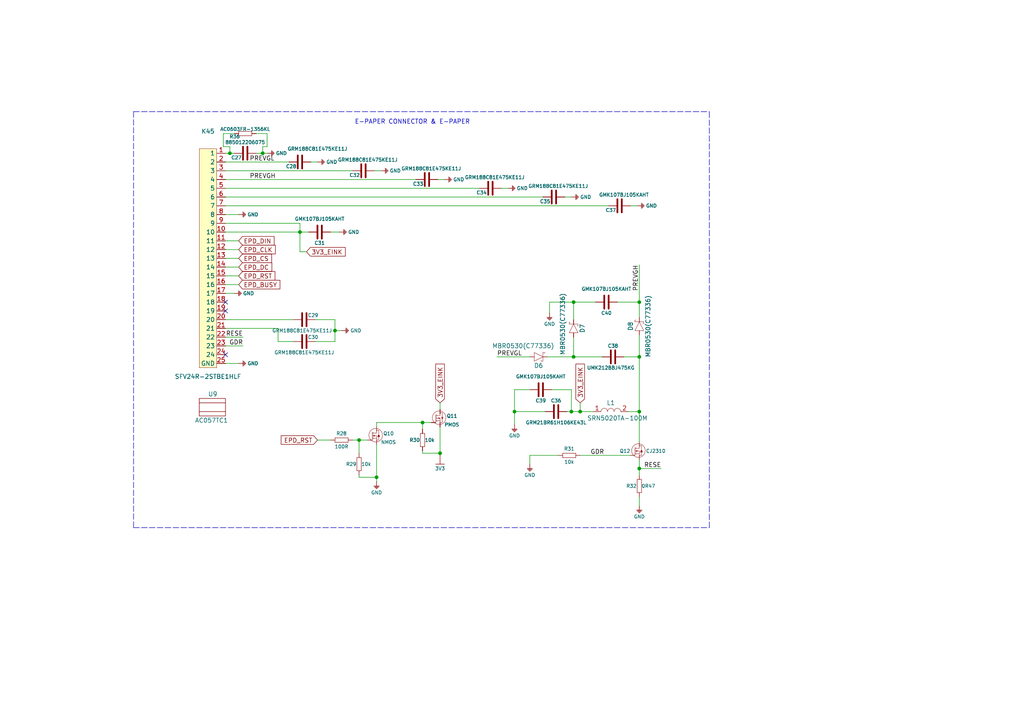
<source format=kicad_sch>
(kicad_sch (version 20211123) (generator eeschema)

  (uuid 02fac45e-2450-411e-bc8b-d6dcddc777c7)

  (paper "A4")

  (title_block
    (title "Soldered Inkplate 6COLOR")
    (date "2022-12-09")
    (rev "V1.2.0.")
    (company "SOLDERED")
    (comment 1 "333238")
  )

  (lib_symbols
    (symbol "e-radionica.com schematics:0603C" (pin_numbers hide) (pin_names (offset 0.002)) (in_bom yes) (on_board yes)
      (property "Reference" "C" (id 0) (at 0 3.81 0)
        (effects (font (size 1 1)))
      )
      (property "Value" "0603C" (id 1) (at 0 -3.175 0)
        (effects (font (size 1 1)))
      )
      (property "Footprint" "e-radionica.com footprinti:0603C" (id 2) (at 0.635 -4.445 0)
        (effects (font (size 1 1)) hide)
      )
      (property "Datasheet" "" (id 3) (at 0 0 0)
        (effects (font (size 1 1)) hide)
      )
      (symbol "0603C_0_1"
        (polyline
          (pts
            (xy -0.635 1.905)
            (xy -0.635 -1.905)
          )
          (stroke (width 0.5) (type default) (color 0 0 0 0))
          (fill (type none))
        )
        (polyline
          (pts
            (xy 0.635 1.905)
            (xy 0.635 -1.905)
          )
          (stroke (width 0.5) (type default) (color 0 0 0 0))
          (fill (type none))
        )
      )
      (symbol "0603C_1_1"
        (pin passive line (at -3.175 0 0) (length 2.54)
          (name "~" (effects (font (size 1.27 1.27))))
          (number "1" (effects (font (size 1.27 1.27))))
        )
        (pin passive line (at 3.175 0 180) (length 2.54)
          (name "~" (effects (font (size 1.27 1.27))))
          (number "2" (effects (font (size 1.27 1.27))))
        )
      )
    )
    (symbol "e-radionica.com schematics:0603R" (pin_numbers hide) (pin_names (offset 0.254)) (in_bom yes) (on_board yes)
      (property "Reference" "R" (id 0) (at 0 1.27 0)
        (effects (font (size 1 1)))
      )
      (property "Value" "0603R" (id 1) (at 0 -1.905 0)
        (effects (font (size 1 1)))
      )
      (property "Footprint" "e-radionica.com footprinti:0603R" (id 2) (at 0 -3.81 0)
        (effects (font (size 1 1)) hide)
      )
      (property "Datasheet" "" (id 3) (at -0.635 1.905 0)
        (effects (font (size 1 1)) hide)
      )
      (symbol "0603R_0_1"
        (rectangle (start -1.905 -0.635) (end 1.905 -0.6604)
          (stroke (width 0.1) (type default) (color 0 0 0 0))
          (fill (type none))
        )
        (rectangle (start -1.905 0.635) (end -1.8796 -0.635)
          (stroke (width 0.1) (type default) (color 0 0 0 0))
          (fill (type none))
        )
        (rectangle (start -1.905 0.635) (end 1.905 0.6096)
          (stroke (width 0.1) (type default) (color 0 0 0 0))
          (fill (type none))
        )
        (rectangle (start 1.905 0.635) (end 1.9304 -0.635)
          (stroke (width 0.1) (type default) (color 0 0 0 0))
          (fill (type none))
        )
      )
      (symbol "0603R_1_1"
        (pin passive line (at -3.175 0 0) (length 1.27)
          (name "~" (effects (font (size 1.27 1.27))))
          (number "1" (effects (font (size 1.27 1.27))))
        )
        (pin passive line (at 3.175 0 180) (length 1.27)
          (name "~" (effects (font (size 1.27 1.27))))
          (number "2" (effects (font (size 1.27 1.27))))
        )
      )
    )
    (symbol "e-radionica.com schematics:0805C" (pin_numbers hide) (in_bom yes) (on_board yes)
      (property "Reference" "C" (id 0) (at 0 3.81 0)
        (effects (font (size 1 1)))
      )
      (property "Value" "0805C" (id 1) (at 0 -3.175 0)
        (effects (font (size 1 1)))
      )
      (property "Footprint" "e-radionica.com footprinti:0805C" (id 2) (at 0 -5.08 0)
        (effects (font (size 1 1)) hide)
      )
      (property "Datasheet" "" (id 3) (at 0 0 0)
        (effects (font (size 1 1)) hide)
      )
      (symbol "0805C_0_1"
        (polyline
          (pts
            (xy -0.635 1.905)
            (xy -0.635 -1.905)
          )
          (stroke (width 0.5) (type default) (color 0 0 0 0))
          (fill (type none))
        )
        (polyline
          (pts
            (xy 0.635 1.905)
            (xy 0.635 -1.905)
          )
          (stroke (width 0.5) (type default) (color 0 0 0 0))
          (fill (type none))
        )
      )
      (symbol "0805C_1_1"
        (pin passive line (at -3.175 0 0) (length 2.54)
          (name "~" (effects (font (size 1.27 1.27))))
          (number "1" (effects (font (size 1.27 1.27))))
        )
        (pin passive line (at 3.175 0 180) (length 2.54)
          (name "~" (effects (font (size 1.27 1.27))))
          (number "2" (effects (font (size 1.27 1.27))))
        )
      )
    )
    (symbol "e-radionica.com schematics:3V3" (power) (pin_names (offset 0)) (in_bom yes) (on_board yes)
      (property "Reference" "#PWR" (id 0) (at 4.445 0 0)
        (effects (font (size 1 1)) hide)
      )
      (property "Value" "3V3" (id 1) (at 0 3.556 0)
        (effects (font (size 1 1)))
      )
      (property "Footprint" "" (id 2) (at 4.445 3.81 0)
        (effects (font (size 1 1)) hide)
      )
      (property "Datasheet" "" (id 3) (at 4.445 3.81 0)
        (effects (font (size 1 1)) hide)
      )
      (property "ki_keywords" "power-flag" (id 4) (at 0 0 0)
        (effects (font (size 1.27 1.27)) hide)
      )
      (property "ki_description" "Power symbol creates a global label with name \"3V3\"" (id 5) (at 0 0 0)
        (effects (font (size 1.27 1.27)) hide)
      )
      (symbol "3V3_0_1"
        (polyline
          (pts
            (xy -1.27 2.54)
            (xy 1.27 2.54)
          )
          (stroke (width 0.16) (type default) (color 0 0 0 0))
          (fill (type none))
        )
        (polyline
          (pts
            (xy 0 0)
            (xy 0 2.54)
          )
          (stroke (width 0) (type default) (color 0 0 0 0))
          (fill (type none))
        )
      )
      (symbol "3V3_1_1"
        (pin power_in line (at 0 0 90) (length 0) hide
          (name "3V3" (effects (font (size 1.27 1.27))))
          (number "1" (effects (font (size 1.27 1.27))))
        )
      )
    )
    (symbol "e-radionica.com schematics:AC057TC1" (in_bom yes) (on_board yes)
      (property "Reference" "U" (id 0) (at 0 -3.81 0)
        (effects (font (size 1.27 1.27)))
      )
      (property "Value" "AC057TC1" (id 1) (at 0 3.81 0)
        (effects (font (size 1.27 1.27)))
      )
      (property "Footprint" "e-radionica.com footprinti:AC057TC1" (id 2) (at 0 -6.35 0)
        (effects (font (size 1.27 1.27)) hide)
      )
      (property "Datasheet" "" (id 3) (at 0 -7.62 0)
        (effects (font (size 1.27 1.27)) hide)
      )
      (symbol "AC057TC1_0_1"
        (rectangle (start -3.81 2.54) (end 3.81 -2.54)
          (stroke (width 0) (type default) (color 0 0 0 0))
          (fill (type none))
        )
        (polyline
          (pts
            (xy -3.81 -1.27)
            (xy 3.81 -1.27)
          )
          (stroke (width 0) (type default) (color 0 0 0 0))
          (fill (type none))
        )
        (polyline
          (pts
            (xy -3.81 1.27)
            (xy 3.81 1.27)
          )
          (stroke (width 0) (type default) (color 0 0 0 0))
          (fill (type none))
        )
      )
    )
    (symbol "e-radionica.com schematics:GND" (power) (pin_names (offset 0)) (in_bom yes) (on_board yes)
      (property "Reference" "#PWR" (id 0) (at 4.445 0 0)
        (effects (font (size 1 1)) hide)
      )
      (property "Value" "GND" (id 1) (at 0 -2.921 0)
        (effects (font (size 1 1)))
      )
      (property "Footprint" "" (id 2) (at 4.445 3.81 0)
        (effects (font (size 1 1)) hide)
      )
      (property "Datasheet" "" (id 3) (at 4.445 3.81 0)
        (effects (font (size 1 1)) hide)
      )
      (property "ki_keywords" "power-flag" (id 4) (at 0 0 0)
        (effects (font (size 1.27 1.27)) hide)
      )
      (property "ki_description" "Power symbol creates a global label with name \"GND\"" (id 5) (at 0 0 0)
        (effects (font (size 1.27 1.27)) hide)
      )
      (symbol "GND_0_1"
        (polyline
          (pts
            (xy -0.762 -1.27)
            (xy 0.762 -1.27)
          )
          (stroke (width 0.16) (type default) (color 0 0 0 0))
          (fill (type none))
        )
        (polyline
          (pts
            (xy -0.635 -1.524)
            (xy 0.635 -1.524)
          )
          (stroke (width 0.16) (type default) (color 0 0 0 0))
          (fill (type none))
        )
        (polyline
          (pts
            (xy -0.381 -1.778)
            (xy 0.381 -1.778)
          )
          (stroke (width 0.16) (type default) (color 0 0 0 0))
          (fill (type none))
        )
        (polyline
          (pts
            (xy -0.127 -2.032)
            (xy 0.127 -2.032)
          )
          (stroke (width 0.16) (type default) (color 0 0 0 0))
          (fill (type none))
        )
        (polyline
          (pts
            (xy 0 0)
            (xy 0 -1.27)
          )
          (stroke (width 0.16) (type default) (color 0 0 0 0))
          (fill (type none))
        )
      )
      (symbol "GND_1_1"
        (pin power_in line (at 0 0 270) (length 0) hide
          (name "GND" (effects (font (size 1.27 1.27))))
          (number "1" (effects (font (size 1.27 1.27))))
        )
      )
    )
    (symbol "e-radionica.com schematics:MBR0530T1G" (pin_numbers hide) (pin_names hide) (in_bom yes) (on_board yes)
      (property "Reference" "D" (id 0) (at 0 2.54 0)
        (effects (font (size 1.27 1.27)))
      )
      (property "Value" "MBR0530T1G" (id 1) (at 0 -2.54 0)
        (effects (font (size 1.27 1.27)))
      )
      (property "Footprint" "e-radionica.com footprinti:SOD−123" (id 2) (at 2.54 -5.08 0)
        (effects (font (size 1.27 1.27)) hide)
      )
      (property "Datasheet" "" (id 3) (at 3.81 0 0)
        (effects (font (size 1.27 1.27)) hide)
      )
      (symbol "MBR0530T1G_0_1"
        (polyline
          (pts
            (xy 1.27 1.27)
            (xy 1.778 1.27)
            (xy 1.778 1.016)
          )
          (stroke (width 0.1) (type default) (color 0 0 0 0))
          (fill (type none))
        )
        (polyline
          (pts
            (xy -1.27 -1.27)
            (xy -1.27 1.27)
            (xy 1.27 0)
            (xy -1.27 -1.27)
          )
          (stroke (width 0.1) (type default) (color 0 0 0 0))
          (fill (type none))
        )
        (polyline
          (pts
            (xy 1.27 1.27)
            (xy 1.27 -1.27)
            (xy 0.762 -1.27)
            (xy 0.762 -1.016)
          )
          (stroke (width 0.1) (type default) (color 0 0 0 0))
          (fill (type none))
        )
      )
      (symbol "MBR0530T1G_1_1"
        (pin input line (at 2.54 0 180) (length 1.27)
          (name "C" (effects (font (size 1.27 1.27))))
          (number "1" (effects (font (size 1.27 1.27))))
        )
        (pin input line (at -2.54 0 0) (length 1.27)
          (name "A" (effects (font (size 1.27 1.27))))
          (number "2" (effects (font (size 1.27 1.27))))
        )
      )
    )
    (symbol "e-radionica.com schematics:NMOS-SOT-23-3" (pin_numbers hide) (pin_names hide) (in_bom yes) (on_board yes)
      (property "Reference" "Q" (id 0) (at -1.143 2.921 0)
        (effects (font (size 1 1)))
      )
      (property "Value" "NMOS-SOT-23-3" (id 1) (at 1.524 -3.937 0)
        (effects (font (size 1 1)))
      )
      (property "Footprint" "e-radionica.com footprinti:SOT-23-3" (id 2) (at 0 -7.62 0)
        (effects (font (size 1 1)) hide)
      )
      (property "Datasheet" "" (id 3) (at 0 0 0)
        (effects (font (size 1 1)) hide)
      )
      (symbol "NMOS-SOT-23-3_0_1"
        (polyline
          (pts
            (xy 0 -1.27)
            (xy 0 1.016)
          )
          (stroke (width 0.1) (type default) (color 0 0 0 0))
          (fill (type none))
        )
        (polyline
          (pts
            (xy 0.254 -1.016)
            (xy 0.254 -0.508)
          )
          (stroke (width 0.1) (type default) (color 0 0 0 0))
          (fill (type none))
        )
        (polyline
          (pts
            (xy 0.254 -0.762)
            (xy 1.27 -0.762)
          )
          (stroke (width 0.1) (type default) (color 0 0 0 0))
          (fill (type none))
        )
        (polyline
          (pts
            (xy 0.254 -0.254)
            (xy 0.254 0.254)
          )
          (stroke (width 0.1) (type default) (color 0 0 0 0))
          (fill (type none))
        )
        (polyline
          (pts
            (xy 0.254 0.762)
            (xy 1.27 0.762)
          )
          (stroke (width 0.1) (type default) (color 0 0 0 0))
          (fill (type none))
        )
        (polyline
          (pts
            (xy 0.254 1.016)
            (xy 0.254 0.508)
          )
          (stroke (width 0.1) (type default) (color 0 0 0 0))
          (fill (type none))
        )
        (polyline
          (pts
            (xy 1.27 -1.27)
            (xy 1.27 -0.762)
          )
          (stroke (width 0.1) (type default) (color 0 0 0 0))
          (fill (type none))
        )
        (polyline
          (pts
            (xy 1.27 0.762)
            (xy 1.27 1.27)
          )
          (stroke (width 0.1) (type default) (color 0 0 0 0))
          (fill (type none))
        )
        (polyline
          (pts
            (xy 1.651 -0.254)
            (xy 1.905 0.127)
          )
          (stroke (width 0.2) (type default) (color 0 0 0 0))
          (fill (type none))
        )
        (polyline
          (pts
            (xy 1.651 0.127)
            (xy 2.159 0.127)
          )
          (stroke (width 0.0006) (type default) (color 0 0 0 0))
          (fill (type none))
        )
        (polyline
          (pts
            (xy 0.254 0)
            (xy 1.27 0)
            (xy 1.27 -0.762)
          )
          (stroke (width 0.1) (type default) (color 0 0 0 0))
          (fill (type none))
        )
        (polyline
          (pts
            (xy 1.651 -0.254)
            (xy 2.159 -0.254)
            (xy 1.905 0.127)
          )
          (stroke (width 0.2) (type default) (color 0 0 0 0))
          (fill (type none))
        )
        (polyline
          (pts
            (xy 0.381 0)
            (xy 0.635 0.254)
            (xy 0.635 -0.254)
            (xy 0.381 0)
          )
          (stroke (width 0.1) (type default) (color 0 0 0 0))
          (fill (type none))
        )
        (polyline
          (pts
            (xy 1.27 -1.27)
            (xy 1.905 -1.27)
            (xy 1.905 1.524)
            (xy 1.27 1.524)
          )
          (stroke (width 0.1) (type default) (color 0 0 0 0))
          (fill (type none))
        )
        (circle (center 1.016 0.127) (radius 1.9716)
          (stroke (width 0.1) (type default) (color 0 0 0 0))
          (fill (type none))
        )
      )
      (symbol "NMOS-SOT-23-3_1_1"
        (pin passive line (at -1.27 -1.27 0) (length 1.27)
          (name "G" (effects (font (size 1 1))))
          (number "1" (effects (font (size 1 1))))
        )
        (pin passive line (at 1.27 -2.54 90) (length 1.27)
          (name "S" (effects (font (size 1 1))))
          (number "2" (effects (font (size 1 1))))
        )
        (pin passive line (at 1.27 2.54 270) (length 1.27)
          (name "D" (effects (font (size 1 1))))
          (number "3" (effects (font (size 1 1))))
        )
      )
    )
    (symbol "e-radionica.com schematics:PMOS-SOT-23-3" (pin_numbers hide) (pin_names hide) (in_bom yes) (on_board yes)
      (property "Reference" "Q" (id 0) (at -1.27 2.54 0)
        (effects (font (size 1 1)))
      )
      (property "Value" "PMOS-SOT-23-3" (id 1) (at 0.381 -4.064 0)
        (effects (font (size 1 1)))
      )
      (property "Footprint" "e-radionica.com footprinti:SOT-23-3" (id 2) (at 1.27 -7.62 0)
        (effects (font (size 1 1)) hide)
      )
      (property "Datasheet" "" (id 3) (at 0 0 0)
        (effects (font (size 1 1)) hide)
      )
      (symbol "PMOS-SOT-23-3_0_1"
        (polyline
          (pts
            (xy 0 -1.27)
            (xy 0 1.016)
          )
          (stroke (width 0.1) (type default) (color 0 0 0 0))
          (fill (type none))
        )
        (polyline
          (pts
            (xy 0.254 -1.016)
            (xy 0.254 -0.508)
          )
          (stroke (width 0.1) (type default) (color 0 0 0 0))
          (fill (type none))
        )
        (polyline
          (pts
            (xy 0.254 -0.762)
            (xy 1.27 -0.762)
          )
          (stroke (width 0.1) (type default) (color 0 0 0 0))
          (fill (type none))
        )
        (polyline
          (pts
            (xy 0.254 -0.254)
            (xy 0.254 0.254)
          )
          (stroke (width 0.1) (type default) (color 0 0 0 0))
          (fill (type none))
        )
        (polyline
          (pts
            (xy 0.254 0.762)
            (xy 1.27 0.762)
          )
          (stroke (width 0.1) (type default) (color 0 0 0 0))
          (fill (type none))
        )
        (polyline
          (pts
            (xy 0.254 1.016)
            (xy 0.254 0.508)
          )
          (stroke (width 0.1) (type default) (color 0 0 0 0))
          (fill (type none))
        )
        (polyline
          (pts
            (xy 1.27 -1.27)
            (xy 1.27 -0.762)
          )
          (stroke (width 0.1) (type default) (color 0 0 0 0))
          (fill (type none))
        )
        (polyline
          (pts
            (xy 1.27 0.762)
            (xy 1.27 1.27)
          )
          (stroke (width 0.1) (type default) (color 0 0 0 0))
          (fill (type none))
        )
        (polyline
          (pts
            (xy 2.159 -0.127)
            (xy 1.651 -0.127)
          )
          (stroke (width 0.1) (type default) (color 0 0 0 0))
          (fill (type none))
        )
        (polyline
          (pts
            (xy 2.159 0.254)
            (xy 1.905 -0.127)
          )
          (stroke (width 0.1) (type default) (color 0 0 0 0))
          (fill (type none))
        )
        (polyline
          (pts
            (xy 0.254 0)
            (xy 1.27 0)
            (xy 1.27 -0.762)
          )
          (stroke (width 0.1) (type default) (color 0 0 0 0))
          (fill (type none))
        )
        (polyline
          (pts
            (xy 2.159 0.254)
            (xy 1.651 0.254)
            (xy 1.905 -0.127)
          )
          (stroke (width 0.1) (type default) (color 0 0 0 0))
          (fill (type none))
        )
        (polyline
          (pts
            (xy 1.143 0)
            (xy 0.889 -0.254)
            (xy 0.889 0.254)
            (xy 1.143 0)
          )
          (stroke (width 0.1) (type default) (color 0 0 0 0))
          (fill (type none))
        )
        (polyline
          (pts
            (xy 1.27 -1.27)
            (xy 1.905 -1.27)
            (xy 1.905 1.524)
            (xy 1.27 1.524)
          )
          (stroke (width 0.1) (type default) (color 0 0 0 0))
          (fill (type none))
        )
        (circle (center 1.016 0.127) (radius 1.9716)
          (stroke (width 0.1) (type default) (color 0 0 0 0))
          (fill (type none))
        )
      )
      (symbol "PMOS-SOT-23-3_1_1"
        (pin passive line (at -1.27 -1.27 0) (length 1.27)
          (name "G" (effects (font (size 1 1))))
          (number "1" (effects (font (size 1 1))))
        )
        (pin passive line (at 1.27 -2.54 90) (length 1.27)
          (name "S" (effects (font (size 1 1))))
          (number "2" (effects (font (size 1 1))))
        )
        (pin passive line (at 1.27 2.54 270) (length 1.27)
          (name "D" (effects (font (size 1 1))))
          (number "3" (effects (font (size 1 1))))
        )
      )
    )
    (symbol "e-radionica.com schematics:SFV24R-2STBE1HLF" (in_bom yes) (on_board yes)
      (property "Reference" "K" (id 0) (at 0 33.02 0)
        (effects (font (size 1.27 1.27)))
      )
      (property "Value" "SFV24R-2STBE1HLF" (id 1) (at 0 -34.29 0)
        (effects (font (size 1.27 1.27)))
      )
      (property "Footprint" "e-radionica.com footprinti:SFV24R-2STBE1HLF" (id 2) (at 0 -36.83 0)
        (effects (font (size 1.27 1.27)) hide)
      )
      (property "Datasheet" "" (id 3) (at 7.62 1.27 0)
        (effects (font (size 1.27 1.27)) hide)
      )
      (property "ki_keywords" "24pin 24 FPC connector" (id 4) (at 0 0 0)
        (effects (font (size 1.27 1.27)) hide)
      )
      (property "ki_description" "FPC 24 pin connector" (id 5) (at 0 0 0)
        (effects (font (size 1.27 1.27)) hide)
      )
      (symbol "SFV24R-2STBE1HLF_0_1"
        (rectangle (start -2.54 31.75) (end 2.54 -31.75)
          (stroke (width 0.1) (type default) (color 0 0 0 0))
          (fill (type background))
        )
      )
      (symbol "SFV24R-2STBE1HLF_1_1"
        (pin input line (at 5.08 30.48 180) (length 2.54)
          (name "1" (effects (font (size 1.27 1.27))))
          (number "1" (effects (font (size 1.27 1.27))))
        )
        (pin input line (at 5.08 7.62 180) (length 2.54)
          (name "10" (effects (font (size 1.27 1.27))))
          (number "10" (effects (font (size 1.27 1.27))))
        )
        (pin input line (at 5.08 5.08 180) (length 2.54)
          (name "11" (effects (font (size 1.27 1.27))))
          (number "11" (effects (font (size 1.27 1.27))))
        )
        (pin input line (at 5.08 2.54 180) (length 2.54)
          (name "12" (effects (font (size 1.27 1.27))))
          (number "12" (effects (font (size 1.27 1.27))))
        )
        (pin input line (at 5.08 0 180) (length 2.54)
          (name "13" (effects (font (size 1.27 1.27))))
          (number "13" (effects (font (size 1.27 1.27))))
        )
        (pin input line (at 5.08 -2.54 180) (length 2.54)
          (name "14" (effects (font (size 1.27 1.27))))
          (number "14" (effects (font (size 1.27 1.27))))
        )
        (pin input line (at 5.08 -5.08 180) (length 2.54)
          (name "15" (effects (font (size 1.27 1.27))))
          (number "15" (effects (font (size 1.27 1.27))))
        )
        (pin input line (at 5.08 -7.62 180) (length 2.54)
          (name "16" (effects (font (size 1.27 1.27))))
          (number "16" (effects (font (size 1.27 1.27))))
        )
        (pin input line (at 5.08 -10.16 180) (length 2.54)
          (name "17" (effects (font (size 1.27 1.27))))
          (number "17" (effects (font (size 1.27 1.27))))
        )
        (pin input line (at 5.08 -12.7 180) (length 2.54)
          (name "18" (effects (font (size 1.27 1.27))))
          (number "18" (effects (font (size 1.27 1.27))))
        )
        (pin input line (at 5.08 -15.24 180) (length 2.54)
          (name "19" (effects (font (size 1.27 1.27))))
          (number "19" (effects (font (size 1.27 1.27))))
        )
        (pin input line (at 5.08 27.94 180) (length 2.54)
          (name "2" (effects (font (size 1.27 1.27))))
          (number "2" (effects (font (size 1.27 1.27))))
        )
        (pin input line (at 5.08 -17.78 180) (length 2.54)
          (name "20" (effects (font (size 1.27 1.27))))
          (number "20" (effects (font (size 1.27 1.27))))
        )
        (pin input line (at 5.08 -20.32 180) (length 2.54)
          (name "21" (effects (font (size 1.27 1.27))))
          (number "21" (effects (font (size 1.27 1.27))))
        )
        (pin input line (at 5.08 -22.86 180) (length 2.54)
          (name "22" (effects (font (size 1.27 1.27))))
          (number "22" (effects (font (size 1.27 1.27))))
        )
        (pin input line (at 5.08 -25.4 180) (length 2.54)
          (name "23" (effects (font (size 1.27 1.27))))
          (number "23" (effects (font (size 1.27 1.27))))
        )
        (pin input line (at 5.08 -27.94 180) (length 2.54)
          (name "24" (effects (font (size 1.27 1.27))))
          (number "24" (effects (font (size 1.27 1.27))))
        )
        (pin input line (at 5.08 -30.48 180) (length 2.54)
          (name "GND" (effects (font (size 1.27 1.27))))
          (number "25" (effects (font (size 1.27 1.27))))
        )
        (pin input line (at 5.08 25.4 180) (length 2.54)
          (name "3" (effects (font (size 1.27 1.27))))
          (number "3" (effects (font (size 1.27 1.27))))
        )
        (pin input line (at 5.08 22.86 180) (length 2.54)
          (name "4" (effects (font (size 1.27 1.27))))
          (number "4" (effects (font (size 1.27 1.27))))
        )
        (pin input line (at 5.08 20.32 180) (length 2.54)
          (name "5" (effects (font (size 1.27 1.27))))
          (number "5" (effects (font (size 1.27 1.27))))
        )
        (pin input line (at 5.08 17.78 180) (length 2.54)
          (name "6" (effects (font (size 1.27 1.27))))
          (number "6" (effects (font (size 1.27 1.27))))
        )
        (pin input line (at 5.08 15.24 180) (length 2.54)
          (name "7" (effects (font (size 1.27 1.27))))
          (number "7" (effects (font (size 1.27 1.27))))
        )
        (pin input line (at 5.08 12.7 180) (length 2.54)
          (name "8" (effects (font (size 1.27 1.27))))
          (number "8" (effects (font (size 1.27 1.27))))
        )
        (pin input line (at 5.08 10.16 180) (length 2.54)
          (name "9" (effects (font (size 1.27 1.27))))
          (number "9" (effects (font (size 1.27 1.27))))
        )
      )
    )
    (symbol "e-radionica.com schematics:SRN5020TA-2R2M" (in_bom yes) (on_board yes)
      (property "Reference" "L" (id 0) (at 0 2.54 0)
        (effects (font (size 1.27 1.27)))
      )
      (property "Value" "SRN5020TA-2R2M" (id 1) (at 0 -2.54 0)
        (effects (font (size 1.27 1.27)))
      )
      (property "Footprint" "e-radionica.com footprinti:SRN5020TA-2R2M" (id 2) (at 0 -5.08 0)
        (effects (font (size 1.27 1.27)) hide)
      )
      (property "Datasheet" "" (id 3) (at 0 0 0)
        (effects (font (size 1.27 1.27)) hide)
      )
      (symbol "SRN5020TA-2R2M_0_1"
        (arc (start -0.9525 0.0138) (mid -1.905 0.9526) (end -2.8575 0.0138)
          (stroke (width 0.1) (type default) (color 0 0 0 0))
          (fill (type none))
        )
        (arc (start 0.9525 0.0138) (mid 0 0.9526) (end -0.9525 0.0138)
          (stroke (width 0.1) (type default) (color 0 0 0 0))
          (fill (type none))
        )
        (arc (start 2.8575 0.0138) (mid 1.905 0.9526) (end 0.9525 0.0138)
          (stroke (width 0.1) (type default) (color 0 0 0 0))
          (fill (type none))
        )
      )
      (symbol "SRN5020TA-2R2M_1_1"
        (pin passive line (at -5.08 0 0) (length 2.2)
          (name "" (effects (font (size 1.27 1.27))))
          (number "1" (effects (font (size 1.27 1.27))))
        )
        (pin passive line (at 5.08 0 180) (length 2.2)
          (name "" (effects (font (size 1.27 1.27))))
          (number "2" (effects (font (size 1.27 1.27))))
        )
      )
    )
  )

  (junction (at 109.22 138.43) (diameter 0) (color 0 0 0 0)
    (uuid 0b7d51fd-739c-4e2a-90ee-a530d92b1018)
  )
  (junction (at 185.42 103.505) (diameter 0) (color 0 0 0 0)
    (uuid 3502275d-783c-4241-9452-58dd5979ddfa)
  )
  (junction (at 165.735 119.38) (diameter 0) (color 0 0 0 0)
    (uuid 395e0b80-1d99-4ef1-bbff-4b3425f56f8c)
  )
  (junction (at 185.42 87.63) (diameter 0) (color 0 0 0 0)
    (uuid 5ad983e3-2548-49bb-aeb7-af4c37c6c532)
  )
  (junction (at 104.14 127.635) (diameter 0) (color 0 0 0 0)
    (uuid 5da565fd-cc26-4969-a550-319bb2cfbae7)
  )
  (junction (at 168.275 119.38) (diameter 0) (color 0 0 0 0)
    (uuid 6ebd0a69-c699-4253-9e9f-23b158b38b90)
  )
  (junction (at 185.42 119.38) (diameter 0) (color 0 0 0 0)
    (uuid 70296cbc-b3d9-4c41-b427-0a45d97f85e6)
  )
  (junction (at 149.225 119.38) (diameter 0) (color 0 0 0 0)
    (uuid 762f8e71-8801-4603-928e-99e837cab0ad)
  )
  (junction (at 185.42 135.89) (diameter 0) (color 0 0 0 0)
    (uuid a1ac728d-859f-4d6e-8411-704bcb6dcda6)
  )
  (junction (at 122.555 122.555) (diameter 0) (color 0 0 0 0)
    (uuid a81446ef-fcfa-4ec4-a24f-cee85275faf5)
  )
  (junction (at 127.635 131.445) (diameter 0) (color 0 0 0 0)
    (uuid bb9afeb6-4286-4fed-a110-d2274c4d0841)
  )
  (junction (at 66.675 44.45) (diameter 0) (color 0 0 0 0)
    (uuid be97b53e-47da-4f31-98a3-dd398d3e9ee2)
  )
  (junction (at 166.37 103.505) (diameter 0) (color 0 0 0 0)
    (uuid d3cbaa6d-8656-4b09-8685-8ec704cb602d)
  )
  (junction (at 86.995 67.31) (diameter 0) (color 0 0 0 0)
    (uuid d956e28d-bc91-45ec-98c8-7d2eb1fa00c7)
  )
  (junction (at 166.37 87.63) (diameter 0) (color 0 0 0 0)
    (uuid dbe9f809-4129-441c-ba49-3143973e12c6)
  )
  (junction (at 97.155 95.885) (diameter 0) (color 0 0 0 0)
    (uuid e6a927af-afde-41ac-9691-bfc5a46cd7af)
  )
  (junction (at 76.2 44.45) (diameter 0) (color 0 0 0 0)
    (uuid f64c3351-55d8-4d5a-a2dc-181dd40d2b3a)
  )

  (no_connect (at 65.405 102.87) (uuid fcdd9327-708a-4141-ad7e-73bc3b6e59cb))
  (no_connect (at 65.405 87.63) (uuid fcdd9327-708a-4141-ad7e-73bc3b6e59cc))
  (no_connect (at 65.405 90.17) (uuid fcdd9327-708a-4141-ad7e-73bc3b6e59cd))

  (wire (pts (xy 185.42 87.63) (xy 185.42 92.075))
    (stroke (width 0) (type default) (color 0 0 0 0))
    (uuid 023aae08-ae57-4ece-8664-cad29156f9fd)
  )
  (wire (pts (xy 185.42 133.35) (xy 185.42 135.89))
    (stroke (width 0) (type default) (color 0 0 0 0))
    (uuid 02fcd3fc-ea0a-4cae-9158-0485fa8fd15e)
  )
  (wire (pts (xy 91.44 99.06) (xy 97.155 99.06))
    (stroke (width 0) (type default) (color 0 0 0 0))
    (uuid 0942fa96-0a50-4951-a456-350e485f1231)
  )
  (wire (pts (xy 168.275 132.08) (xy 182.88 132.08))
    (stroke (width 0) (type default) (color 0 0 0 0))
    (uuid 0e543ad1-7a63-41b3-9992-e2e3a2cd7b17)
  )
  (wire (pts (xy 86.995 64.77) (xy 86.995 67.31))
    (stroke (width 0) (type default) (color 0 0 0 0))
    (uuid 12bd519b-e4cf-4454-8040-f84ce2a2b5fc)
  )
  (wire (pts (xy 65.405 44.45) (xy 66.675 44.45))
    (stroke (width 0) (type default) (color 0 0 0 0))
    (uuid 13e35b73-6a5b-4682-ae69-5accbb39b356)
  )
  (wire (pts (xy 65.405 85.09) (xy 67.945 85.09))
    (stroke (width 0) (type default) (color 0 0 0 0))
    (uuid 14683373-17c6-4fdb-9423-036278622e24)
  )
  (polyline (pts (xy 38.735 153.035) (xy 205.74 153.035))
    (stroke (width 0) (type default) (color 0 0 0 0))
    (uuid 156fdebb-197b-4f7c-86d9-599b86917d71)
  )

  (wire (pts (xy 159.385 87.63) (xy 166.37 87.63))
    (stroke (width 0) (type default) (color 0 0 0 0))
    (uuid 16df620c-613b-463b-973e-f5bd60e7fa6e)
  )
  (wire (pts (xy 65.405 64.77) (xy 86.995 64.77))
    (stroke (width 0) (type default) (color 0 0 0 0))
    (uuid 1920bfcb-e017-4e9a-9281-02f189626d45)
  )
  (wire (pts (xy 122.555 131.445) (xy 127.635 131.445))
    (stroke (width 0) (type default) (color 0 0 0 0))
    (uuid 1dd6867a-0855-400d-8500-4e1504df911f)
  )
  (wire (pts (xy 76.2 44.45) (xy 77.47 44.45))
    (stroke (width 0) (type default) (color 0 0 0 0))
    (uuid 1df16cc7-3c35-42e0-aef2-82235207e569)
  )
  (wire (pts (xy 70.485 97.79) (xy 65.405 97.79))
    (stroke (width 0) (type default) (color 0 0 0 0))
    (uuid 1eedaf4a-ea5e-4479-9268-3384199f1005)
  )
  (wire (pts (xy 65.405 74.93) (xy 69.215 74.93))
    (stroke (width 0) (type default) (color 0 0 0 0))
    (uuid 1fcfc89c-1b42-4af2-ae67-74c8952b33f7)
  )
  (wire (pts (xy 65.405 105.41) (xy 69.215 105.41))
    (stroke (width 0) (type default) (color 0 0 0 0))
    (uuid 200be487-92b9-4bbd-974c-a61d79e4395c)
  )
  (wire (pts (xy 127.635 123.825) (xy 127.635 131.445))
    (stroke (width 0) (type default) (color 0 0 0 0))
    (uuid 215fc1b7-40a0-412f-8208-ae27b2a5f621)
  )
  (wire (pts (xy 74.295 38.735) (xy 77.47 38.735))
    (stroke (width 0) (type default) (color 0 0 0 0))
    (uuid 24a3ac67-b632-4551-8167-d5cda39cc266)
  )
  (wire (pts (xy 144.145 103.505) (xy 153.67 103.505))
    (stroke (width 0) (type default) (color 0 0 0 0))
    (uuid 27aadd8e-9a27-4c3e-829f-bd236f31ffb5)
  )
  (wire (pts (xy 65.405 49.53) (xy 102.235 49.53))
    (stroke (width 0) (type default) (color 0 0 0 0))
    (uuid 2f80ba95-1b80-4159-8d65-abcb89e82f42)
  )
  (wire (pts (xy 122.555 122.555) (xy 125.095 122.555))
    (stroke (width 0) (type default) (color 0 0 0 0))
    (uuid 302156f7-7c55-4b4e-bbe6-471d7b640ff6)
  )
  (wire (pts (xy 102.235 127.635) (xy 104.14 127.635))
    (stroke (width 0) (type default) (color 0 0 0 0))
    (uuid 37e2732b-f0a5-40c9-9e93-ee1f64734448)
  )
  (wire (pts (xy 74.295 44.45) (xy 76.2 44.45))
    (stroke (width 0) (type default) (color 0 0 0 0))
    (uuid 3d0bc465-7a6e-4771-8e28-e9445272e620)
  )
  (wire (pts (xy 64.77 38.735) (xy 64.77 42.545))
    (stroke (width 0) (type default) (color 0 0 0 0))
    (uuid 40b87c7a-8634-4081-898a-27c07af8031e)
  )
  (wire (pts (xy 66.675 42.545) (xy 66.675 44.45))
    (stroke (width 0) (type default) (color 0 0 0 0))
    (uuid 410da591-4497-4591-9dfa-f693cc377bd7)
  )
  (wire (pts (xy 65.405 67.31) (xy 86.995 67.31))
    (stroke (width 0) (type default) (color 0 0 0 0))
    (uuid 45ad2717-ae17-4fbb-adff-f8c75bff5bc4)
  )
  (wire (pts (xy 65.405 59.69) (xy 176.53 59.69))
    (stroke (width 0) (type default) (color 0 0 0 0))
    (uuid 4777429a-cc3a-45db-88c6-8526f8505fda)
  )
  (wire (pts (xy 67.945 38.735) (xy 64.77 38.735))
    (stroke (width 0) (type default) (color 0 0 0 0))
    (uuid 486c59d5-eb06-4d8c-83c7-28a3e43fd4da)
  )
  (wire (pts (xy 104.14 138.43) (xy 109.22 138.43))
    (stroke (width 0) (type default) (color 0 0 0 0))
    (uuid 48948350-0b31-4aaa-8af2-df4296ae78ac)
  )
  (polyline (pts (xy 38.735 32.385) (xy 205.74 32.385))
    (stroke (width 0) (type default) (color 0 0 0 0))
    (uuid 4f11fcdb-db2c-4c21-ba13-efe14ac5f5e0)
  )

  (wire (pts (xy 90.17 46.99) (xy 92.075 46.99))
    (stroke (width 0) (type default) (color 0 0 0 0))
    (uuid 4f4e35a5-b118-4a76-baba-9e424234d59b)
  )
  (wire (pts (xy 65.405 46.99) (xy 83.82 46.99))
    (stroke (width 0) (type default) (color 0 0 0 0))
    (uuid 5b4f6998-ef8a-492a-94e0-3e3347e90ac3)
  )
  (wire (pts (xy 166.37 87.63) (xy 166.37 92.71))
    (stroke (width 0) (type default) (color 0 0 0 0))
    (uuid 5c6568c0-69ac-4a1e-bb3b-6369c0c0620c)
  )
  (wire (pts (xy 86.995 67.31) (xy 89.535 67.31))
    (stroke (width 0) (type default) (color 0 0 0 0))
    (uuid 5cc5dc83-2028-4f7e-b6c7-2cdc04c93a9c)
  )
  (wire (pts (xy 92.075 127.635) (xy 95.885 127.635))
    (stroke (width 0) (type default) (color 0 0 0 0))
    (uuid 5d633d0e-6821-42ed-9b9e-5c14debe6829)
  )
  (wire (pts (xy 185.42 119.38) (xy 185.42 128.27))
    (stroke (width 0) (type default) (color 0 0 0 0))
    (uuid 5e799ffb-cf66-4134-b699-84b078288bfd)
  )
  (wire (pts (xy 164.465 119.38) (xy 165.735 119.38))
    (stroke (width 0) (type default) (color 0 0 0 0))
    (uuid 5ebfc493-42ac-4c56-bdc4-43f82a1094e4)
  )
  (wire (pts (xy 153.67 132.08) (xy 161.925 132.08))
    (stroke (width 0) (type default) (color 0 0 0 0))
    (uuid 62157d94-2147-4adb-9f04-e4bf028fb609)
  )
  (wire (pts (xy 127 52.07) (xy 128.905 52.07))
    (stroke (width 0) (type default) (color 0 0 0 0))
    (uuid 639eb836-515a-4f18-8a69-24dd78a10831)
  )
  (wire (pts (xy 185.42 103.505) (xy 185.42 97.155))
    (stroke (width 0) (type default) (color 0 0 0 0))
    (uuid 6a4a09b2-221f-4cca-8e40-10be501f6a67)
  )
  (wire (pts (xy 172.72 87.63) (xy 166.37 87.63))
    (stroke (width 0) (type default) (color 0 0 0 0))
    (uuid 6a662fde-d994-446d-8138-858c189d4bea)
  )
  (wire (pts (xy 65.405 72.39) (xy 69.215 72.39))
    (stroke (width 0) (type default) (color 0 0 0 0))
    (uuid 6b30f4a6-366b-486e-9304-5b4968b01d1e)
  )
  (wire (pts (xy 166.37 103.505) (xy 174.625 103.505))
    (stroke (width 0) (type default) (color 0 0 0 0))
    (uuid 6b64bed4-70e3-47be-80ef-3ef304f3cc76)
  )
  (wire (pts (xy 108.585 49.53) (xy 110.49 49.53))
    (stroke (width 0) (type default) (color 0 0 0 0))
    (uuid 6c6fae12-08b1-4668-a045-8731535eb2cf)
  )
  (wire (pts (xy 127.635 116.84) (xy 127.635 118.745))
    (stroke (width 0) (type default) (color 0 0 0 0))
    (uuid 71223b99-9369-40fe-9e0d-efce947c0c5c)
  )
  (wire (pts (xy 163.83 57.15) (xy 165.735 57.15))
    (stroke (width 0) (type default) (color 0 0 0 0))
    (uuid 7385615d-7002-4a42-a9eb-26e0c26edbb4)
  )
  (wire (pts (xy 127.635 131.445) (xy 127.635 132.08))
    (stroke (width 0) (type default) (color 0 0 0 0))
    (uuid 74b84744-57f9-4689-9f7f-1189a4c8c2aa)
  )
  (wire (pts (xy 66.675 44.45) (xy 67.945 44.45))
    (stroke (width 0) (type default) (color 0 0 0 0))
    (uuid 79a8835f-5274-4415-8a48-68e7013550ae)
  )
  (wire (pts (xy 97.155 99.06) (xy 97.155 95.885))
    (stroke (width 0) (type default) (color 0 0 0 0))
    (uuid 80007a7d-fcd7-4a51-b2be-63587865911e)
  )
  (wire (pts (xy 104.14 127.635) (xy 106.68 127.635))
    (stroke (width 0) (type default) (color 0 0 0 0))
    (uuid 820e33de-38d5-4c4c-a2c0-11013627f799)
  )
  (wire (pts (xy 145.415 54.61) (xy 147.32 54.61))
    (stroke (width 0) (type default) (color 0 0 0 0))
    (uuid 850af567-e6b2-4b19-b173-f4df54635b56)
  )
  (wire (pts (xy 160.02 113.03) (xy 165.735 113.03))
    (stroke (width 0) (type default) (color 0 0 0 0))
    (uuid 85556cbd-3c73-4d68-9a8b-3edf1b000533)
  )
  (wire (pts (xy 165.735 119.38) (xy 168.275 119.38))
    (stroke (width 0) (type default) (color 0 0 0 0))
    (uuid 869c3985-8c53-4b78-8e96-928630910ef5)
  )
  (wire (pts (xy 65.405 77.47) (xy 69.215 77.47))
    (stroke (width 0) (type default) (color 0 0 0 0))
    (uuid 89521c17-2fae-4ef1-aa29-ad809a19cf4d)
  )
  (wire (pts (xy 80.645 95.25) (xy 80.645 99.06))
    (stroke (width 0) (type default) (color 0 0 0 0))
    (uuid 8ab7ba38-3f9b-4fe3-8825-e9da79277c15)
  )
  (wire (pts (xy 77.47 42.545) (xy 76.2 42.545))
    (stroke (width 0) (type default) (color 0 0 0 0))
    (uuid 8afde6c8-e078-47dc-9c98-daa62fd3f7cc)
  )
  (wire (pts (xy 122.555 122.555) (xy 122.555 124.46))
    (stroke (width 0) (type default) (color 0 0 0 0))
    (uuid 8fc999a0-4a5b-42b3-8087-05923eee24a8)
  )
  (polyline (pts (xy 38.735 32.385) (xy 38.735 153.035))
    (stroke (width 0) (type default) (color 0 0 0 0))
    (uuid 94703974-066a-4e7e-a6bb-ba2dd6471ca4)
  )

  (wire (pts (xy 65.405 82.55) (xy 69.215 82.55))
    (stroke (width 0) (type default) (color 0 0 0 0))
    (uuid 94848e9c-d48c-4b1e-9808-727698747975)
  )
  (wire (pts (xy 180.975 103.505) (xy 185.42 103.505))
    (stroke (width 0) (type default) (color 0 0 0 0))
    (uuid 971cfee2-a722-473c-a794-59ccd998a3e5)
  )
  (wire (pts (xy 149.225 123.19) (xy 149.225 119.38))
    (stroke (width 0) (type default) (color 0 0 0 0))
    (uuid 9a83ad84-7f7d-4ec9-9d9a-c546af19d18c)
  )
  (wire (pts (xy 99.06 95.885) (xy 97.155 95.885))
    (stroke (width 0) (type default) (color 0 0 0 0))
    (uuid 9e829c7f-25dc-4881-b11f-a337f11aa187)
  )
  (wire (pts (xy 158.75 103.505) (xy 166.37 103.505))
    (stroke (width 0) (type default) (color 0 0 0 0))
    (uuid 9eb53605-2cb2-49ae-b0cd-a36baf938a42)
  )
  (wire (pts (xy 168.275 119.38) (xy 168.275 116.84))
    (stroke (width 0) (type default) (color 0 0 0 0))
    (uuid 9faff18d-dde1-41d6-8c1b-ca7ea7c345f6)
  )
  (wire (pts (xy 185.42 103.505) (xy 185.42 119.38))
    (stroke (width 0) (type default) (color 0 0 0 0))
    (uuid 9fbd7062-920d-47f2-9fef-c6a94a4e1b7f)
  )
  (wire (pts (xy 86.995 67.31) (xy 86.995 73.025))
    (stroke (width 0) (type default) (color 0 0 0 0))
    (uuid a341c222-ae33-4236-b4a0-0d762877519e)
  )
  (wire (pts (xy 104.14 127.635) (xy 104.14 131.445))
    (stroke (width 0) (type default) (color 0 0 0 0))
    (uuid a3c3ae1b-189f-4778-8510-cc57bbfa4fb9)
  )
  (wire (pts (xy 109.22 128.905) (xy 109.22 138.43))
    (stroke (width 0) (type default) (color 0 0 0 0))
    (uuid a737e307-6e18-45c5-b5aa-233052bc3752)
  )
  (wire (pts (xy 97.155 92.71) (xy 91.44 92.71))
    (stroke (width 0) (type default) (color 0 0 0 0))
    (uuid a91cf0e1-82f1-4dfe-ac0a-247401bc3b75)
  )
  (wire (pts (xy 165.735 113.03) (xy 165.735 119.38))
    (stroke (width 0) (type default) (color 0 0 0 0))
    (uuid ab31bccc-a977-4c9e-b32f-9366ec6f0fe8)
  )
  (wire (pts (xy 109.22 138.43) (xy 109.22 139.7))
    (stroke (width 0) (type default) (color 0 0 0 0))
    (uuid ac808041-e8e0-48be-9482-e5394be4bee6)
  )
  (wire (pts (xy 65.405 54.61) (xy 139.065 54.61))
    (stroke (width 0) (type default) (color 0 0 0 0))
    (uuid aca60cca-1a2c-40fd-a81b-57502a40769b)
  )
  (wire (pts (xy 65.405 69.85) (xy 69.215 69.85))
    (stroke (width 0) (type default) (color 0 0 0 0))
    (uuid adcb3b72-c84f-42a0-bd78-9b230dba51d4)
  )
  (wire (pts (xy 88.9 73.025) (xy 86.995 73.025))
    (stroke (width 0) (type default) (color 0 0 0 0))
    (uuid ae240b8d-a35d-4970-bcdc-d9617850da1f)
  )
  (wire (pts (xy 153.67 113.03) (xy 149.225 113.03))
    (stroke (width 0) (type default) (color 0 0 0 0))
    (uuid b1f65824-a0b3-4be2-8561-0291f029f72a)
  )
  (wire (pts (xy 179.07 87.63) (xy 185.42 87.63))
    (stroke (width 0) (type default) (color 0 0 0 0))
    (uuid b40ba425-9738-4257-b638-ebc54fab9f84)
  )
  (wire (pts (xy 182.245 119.38) (xy 185.42 119.38))
    (stroke (width 0) (type default) (color 0 0 0 0))
    (uuid bbb9d46a-9a50-46dc-b26a-9d5d6664531a)
  )
  (wire (pts (xy 166.37 97.79) (xy 166.37 103.505))
    (stroke (width 0) (type default) (color 0 0 0 0))
    (uuid bc3b6452-3227-4ee8-b1e9-1d4043d5adc2)
  )
  (wire (pts (xy 64.77 42.545) (xy 66.675 42.545))
    (stroke (width 0) (type default) (color 0 0 0 0))
    (uuid c509190f-7ca8-4569-a898-f4eb8951bd3c)
  )
  (wire (pts (xy 185.42 135.89) (xy 191.77 135.89))
    (stroke (width 0) (type default) (color 0 0 0 0))
    (uuid c53a31b9-3df2-49bb-b424-cd49f1b4a493)
  )
  (wire (pts (xy 70.485 100.33) (xy 65.405 100.33))
    (stroke (width 0) (type default) (color 0 0 0 0))
    (uuid c5a269bf-b8e0-48c5-ba05-8fe25fd5195c)
  )
  (wire (pts (xy 65.405 95.25) (xy 80.645 95.25))
    (stroke (width 0) (type default) (color 0 0 0 0))
    (uuid c9c54960-9c60-4134-96a2-d4d8fcd18982)
  )
  (wire (pts (xy 185.42 144.145) (xy 185.42 146.685))
    (stroke (width 0) (type default) (color 0 0 0 0))
    (uuid ca2b9d64-9544-46d0-a753-fd4ca17a4fc2)
  )
  (wire (pts (xy 65.405 57.15) (xy 157.48 57.15))
    (stroke (width 0) (type default) (color 0 0 0 0))
    (uuid cae8a111-78b4-4790-b16d-6baa8f5e0fdd)
  )
  (wire (pts (xy 109.22 123.825) (xy 109.22 122.555))
    (stroke (width 0) (type default) (color 0 0 0 0))
    (uuid d02121a4-b505-468c-88d1-6b64f2147816)
  )
  (polyline (pts (xy 205.74 153.035) (xy 205.74 32.385))
    (stroke (width 0) (type default) (color 0 0 0 0))
    (uuid d6f556b2-8fd2-47c6-8e38-c59982345d96)
  )

  (wire (pts (xy 80.645 99.06) (xy 85.09 99.06))
    (stroke (width 0) (type default) (color 0 0 0 0))
    (uuid d7298b6d-787b-4a95-a47d-5529964d8538)
  )
  (wire (pts (xy 168.275 119.38) (xy 172.085 119.38))
    (stroke (width 0) (type default) (color 0 0 0 0))
    (uuid d8d9b08a-c53b-4069-a7e5-c30730f40dd3)
  )
  (wire (pts (xy 65.405 62.23) (xy 69.215 62.23))
    (stroke (width 0) (type default) (color 0 0 0 0))
    (uuid da422698-d056-4a4b-bf87-c16437cfcb3b)
  )
  (wire (pts (xy 149.225 119.38) (xy 158.115 119.38))
    (stroke (width 0) (type default) (color 0 0 0 0))
    (uuid db0fd6ef-e073-4c7f-99e0-95666d11e4fa)
  )
  (wire (pts (xy 65.405 80.01) (xy 69.215 80.01))
    (stroke (width 0) (type default) (color 0 0 0 0))
    (uuid db10ec8e-e90c-4325-92d1-2a6cca502130)
  )
  (wire (pts (xy 185.42 76.835) (xy 185.42 87.63))
    (stroke (width 0) (type default) (color 0 0 0 0))
    (uuid dcab89f4-ee7a-428d-a387-cd7ca337bd8f)
  )
  (wire (pts (xy 76.2 42.545) (xy 76.2 44.45))
    (stroke (width 0) (type default) (color 0 0 0 0))
    (uuid dd0f02b8-9f15-4293-922c-dca51cca71ad)
  )
  (wire (pts (xy 65.405 52.07) (xy 120.65 52.07))
    (stroke (width 0) (type default) (color 0 0 0 0))
    (uuid e23591e0-4368-48c4-88cf-ff48edce2df7)
  )
  (wire (pts (xy 122.555 130.81) (xy 122.555 131.445))
    (stroke (width 0) (type default) (color 0 0 0 0))
    (uuid e55d5b1e-2de1-462a-9468-85f91348d182)
  )
  (wire (pts (xy 104.14 137.795) (xy 104.14 138.43))
    (stroke (width 0) (type default) (color 0 0 0 0))
    (uuid e666f1e8-bf14-4de4-b863-4c14f67f292e)
  )
  (wire (pts (xy 149.225 113.03) (xy 149.225 119.38))
    (stroke (width 0) (type default) (color 0 0 0 0))
    (uuid e74d6a30-ecb3-4162-becb-40fc37ae7ece)
  )
  (wire (pts (xy 185.42 135.89) (xy 185.42 137.795))
    (stroke (width 0) (type default) (color 0 0 0 0))
    (uuid ea188af9-6db4-459b-a03f-a3818f7e3a0a)
  )
  (wire (pts (xy 159.385 90.805) (xy 159.385 87.63))
    (stroke (width 0) (type default) (color 0 0 0 0))
    (uuid eaeafd55-fdaa-4cfd-bf8c-5e84a5e639dd)
  )
  (wire (pts (xy 109.22 122.555) (xy 122.555 122.555))
    (stroke (width 0) (type default) (color 0 0 0 0))
    (uuid eb757486-df78-44f1-973c-2b0ff1b0c20f)
  )
  (wire (pts (xy 182.88 59.69) (xy 184.785 59.69))
    (stroke (width 0) (type default) (color 0 0 0 0))
    (uuid eceed7b1-2e77-45ac-b4c1-aaf00dfb2165)
  )
  (wire (pts (xy 65.405 92.71) (xy 85.09 92.71))
    (stroke (width 0) (type default) (color 0 0 0 0))
    (uuid eec06f2b-583d-4883-ad1c-81e2c6a03300)
  )
  (wire (pts (xy 77.47 38.735) (xy 77.47 42.545))
    (stroke (width 0) (type default) (color 0 0 0 0))
    (uuid f627f73a-28c4-4807-90c1-f8be0ece8d2f)
  )
  (wire (pts (xy 153.67 134.62) (xy 153.67 132.08))
    (stroke (width 0) (type default) (color 0 0 0 0))
    (uuid f9750b21-0297-4c1f-9199-756772758ea9)
  )
  (wire (pts (xy 95.885 67.31) (xy 98.425 67.31))
    (stroke (width 0) (type default) (color 0 0 0 0))
    (uuid f9bef8c3-9dbd-465b-96b6-168acab3d3f6)
  )
  (wire (pts (xy 97.155 95.885) (xy 97.155 92.71))
    (stroke (width 0) (type default) (color 0 0 0 0))
    (uuid fc50ed27-3f77-4a7d-9a9e-01009eb70776)
  )

  (text "E-PAPER CONNECTOR & E-PAPER" (at 102.87 36.195 0)
    (effects (font (size 1.27 1.27)) (justify left bottom))
    (uuid 952e24f2-59d4-4ae7-9b19-148a3fc231f9)
  )

  (label "GDR" (at 70.485 100.33 180)
    (effects (font (size 1.27 1.27)) (justify right bottom))
    (uuid 2ec3aaf8-5cb8-4e00-b37b-2c0dffc52ff1)
  )
  (label "PREVGH" (at 185.42 76.835 270)
    (effects (font (size 1.27 1.27)) (justify right bottom))
    (uuid 4c3bb0c7-73ca-4c61-b595-b34624d18a45)
  )
  (label "PREVGH" (at 72.39 52.07 0)
    (effects (font (size 1.27 1.27)) (justify left bottom))
    (uuid 5821eed2-09af-4266-bd76-578eccbd0ed8)
  )
  (label "PREVGL" (at 144.145 103.505 0)
    (effects (font (size 1.27 1.27)) (justify left bottom))
    (uuid ac9ee3eb-133d-41a8-950e-ed84ce9b2f4a)
  )
  (label "RESE" (at 70.485 97.79 180)
    (effects (font (size 1.27 1.27)) (justify right bottom))
    (uuid be4dbe0b-ae56-4bcd-8ecc-5c2a3e509b38)
  )
  (label "RESE" (at 191.77 135.89 180)
    (effects (font (size 1.27 1.27)) (justify right bottom))
    (uuid c0d39f27-13a6-4e12-bf10-23cf75efac69)
  )
  (label "GDR" (at 175.26 132.08 180)
    (effects (font (size 1.27 1.27)) (justify right bottom))
    (uuid cef79ac7-105d-4642-9682-fc649f7e8570)
  )
  (label "PREVGL" (at 72.39 46.99 0)
    (effects (font (size 1.27 1.27)) (justify left bottom))
    (uuid da29e23f-ca37-4752-b6f7-80a5ebc143dc)
  )

  (global_label "3V3_EINK" (shape input) (at 88.9 73.025 0) (fields_autoplaced)
    (effects (font (size 1.27 1.27)) (justify left))
    (uuid 5ccdd549-b3fa-4246-94e5-00c100045b1f)
    (property "Intersheet References" "${INTERSHEET_REFS}" (id 0) (at 100.1426 72.9456 0)
      (effects (font (size 1.27 1.27)) (justify left) hide)
    )
  )
  (global_label "EPD_RST" (shape input) (at 92.075 127.635 180) (fields_autoplaced)
    (effects (font (size 1.27 1.27)) (justify right))
    (uuid 81b2b54a-a8a0-4c0e-906b-af905e3406df)
    (property "Intersheet References" "${INTERSHEET_REFS}" (id 0) (at 81.5581 127.7144 0)
      (effects (font (size 1.27 1.27)) (justify right) hide)
    )
  )
  (global_label "3V3_EINK" (shape input) (at 127.635 116.84 90) (fields_autoplaced)
    (effects (font (size 1.27 1.27)) (justify left))
    (uuid 894bfea7-6434-41cb-b626-26518694059a)
    (property "Intersheet References" "${INTERSHEET_REFS}" (id 0) (at 127.5556 105.5974 90)
      (effects (font (size 1.27 1.27)) (justify left) hide)
    )
  )
  (global_label "EPD_DIN" (shape input) (at 69.215 69.85 0) (fields_autoplaced)
    (effects (font (size 1.27 1.27)) (justify left))
    (uuid 961b35a8-e51b-49ba-8f37-b3381846b557)
    (property "Intersheet References" "${INTERSHEET_REFS}" (id 0) (at 79.49 69.7706 0)
      (effects (font (size 1.27 1.27)) (justify left) hide)
    )
  )
  (global_label "EPD_CS" (shape input) (at 69.215 74.93 0) (fields_autoplaced)
    (effects (font (size 1.27 1.27)) (justify left))
    (uuid 9893a627-e4fa-4ba6-8002-e5903c49e804)
    (property "Intersheet References" "${INTERSHEET_REFS}" (id 0) (at 78.7643 75.0094 0)
      (effects (font (size 1.27 1.27)) (justify left) hide)
    )
  )
  (global_label "3V3_EINK" (shape input) (at 168.275 116.84 90) (fields_autoplaced)
    (effects (font (size 1.27 1.27)) (justify left))
    (uuid 9cf563ef-079c-45e4-9646-ad32e166703e)
    (property "Intersheet References" "${INTERSHEET_REFS}" (id 0) (at 168.1956 105.5974 90)
      (effects (font (size 1.27 1.27)) (justify left) hide)
    )
  )
  (global_label "EPD_RST" (shape input) (at 69.215 80.01 0) (fields_autoplaced)
    (effects (font (size 1.27 1.27)) (justify left))
    (uuid b34a7f31-6be4-49b6-93d1-6caf87b8e4ac)
    (property "Intersheet References" "${INTERSHEET_REFS}" (id 0) (at 79.7319 79.9306 0)
      (effects (font (size 1.27 1.27)) (justify left) hide)
    )
  )
  (global_label "EPD_CLK" (shape input) (at 69.215 72.39 0) (fields_autoplaced)
    (effects (font (size 1.27 1.27)) (justify left))
    (uuid ba03cbc6-1fa9-42f3-9b2d-9f9eff0318fe)
    (property "Intersheet References" "${INTERSHEET_REFS}" (id 0) (at 79.8529 72.3106 0)
      (effects (font (size 1.27 1.27)) (justify left) hide)
    )
  )
  (global_label "EPD_BUSY" (shape input) (at 69.215 82.55 0) (fields_autoplaced)
    (effects (font (size 1.27 1.27)) (justify left))
    (uuid ce6829d8-06ec-4905-bac7-72dfaf1f17fb)
    (property "Intersheet References" "${INTERSHEET_REFS}" (id 0) (at 81.1833 82.6294 0)
      (effects (font (size 1.27 1.27)) (justify left) hide)
    )
  )
  (global_label "EPD_DC" (shape input) (at 69.215 77.47 0) (fields_autoplaced)
    (effects (font (size 1.27 1.27)) (justify left))
    (uuid d330ed07-484e-45fb-8837-31a9acd27ad6)
    (property "Intersheet References" "${INTERSHEET_REFS}" (id 0) (at 78.8248 77.5494 0)
      (effects (font (size 1.27 1.27)) (justify left) hide)
    )
  )

  (symbol (lib_id "e-radionica.com schematics:SRN5020TA-2R2M") (at 177.165 119.38 0) (unit 1)
    (in_bom yes) (on_board yes)
    (uuid 018c9b59-b9bc-46b4-9a74-b559d0df2afe)
    (property "Reference" "L1" (id 0) (at 177.165 116.84 0))
    (property "Value" "SRN5020TA-100M" (id 1) (at 179.07 121.285 0))
    (property "Footprint" "e-radionica.com footprinti:SRN5020TA-2R2M" (id 2) (at 177.165 124.46 0)
      (effects (font (size 1.27 1.27)) hide)
    )
    (property "Datasheet" "" (id 3) (at 177.165 119.38 0)
      (effects (font (size 1.27 1.27)) hide)
    )
    (pin "1" (uuid 1317f93f-b3c9-4d31-937c-c35f52660100))
    (pin "2" (uuid 2645f3f6-7a05-43ba-96f2-06a4db2118f8))
  )

  (symbol (lib_id "e-radionica.com schematics:GND") (at 92.075 46.99 90) (unit 1)
    (in_bom yes) (on_board yes)
    (uuid 049ae8c5-0653-4966-b8d3-b54f90db323a)
    (property "Reference" "#PWR0174" (id 0) (at 92.075 42.545 0)
      (effects (font (size 1 1)) hide)
    )
    (property "Value" "GND" (id 1) (at 94.615 46.99 90)
      (effects (font (size 1 1)) (justify right))
    )
    (property "Footprint" "" (id 2) (at 88.265 42.545 0)
      (effects (font (size 1 1)) hide)
    )
    (property "Datasheet" "" (id 3) (at 88.265 42.545 0)
      (effects (font (size 1 1)) hide)
    )
    (pin "1" (uuid 62c92678-c0e5-4d79-a66e-d6878f1659a6))
  )

  (symbol (lib_id "e-radionica.com schematics:GND") (at 165.735 57.15 90) (unit 1)
    (in_bom yes) (on_board yes)
    (uuid 07ccf778-94c0-4191-902c-b48bf289dbb6)
    (property "Reference" "#PWR0177" (id 0) (at 165.735 52.705 0)
      (effects (font (size 1 1)) hide)
    )
    (property "Value" "GND" (id 1) (at 168.275 57.15 90)
      (effects (font (size 1 1)) (justify right))
    )
    (property "Footprint" "" (id 2) (at 161.925 52.705 0)
      (effects (font (size 1 1)) hide)
    )
    (property "Datasheet" "" (id 3) (at 161.925 52.705 0)
      (effects (font (size 1 1)) hide)
    )
    (pin "1" (uuid 80322430-1538-407b-bf95-b112788f6078))
  )

  (symbol (lib_id "e-radionica.com schematics:MBR0530T1G") (at 185.42 94.615 90) (unit 1)
    (in_bom yes) (on_board yes)
    (uuid 0fe1e180-0657-4462-b092-1839f7a14832)
    (property "Reference" "D8" (id 0) (at 182.88 94.615 0))
    (property "Value" "MBR0530(C77336)" (id 1) (at 187.96 94.615 0))
    (property "Footprint" "e-radionica.com footprinti:SOD−123" (id 2) (at 190.5 92.075 0)
      (effects (font (size 1.27 1.27)) hide)
    )
    (property "Datasheet" "" (id 3) (at 185.42 90.805 0)
      (effects (font (size 1.27 1.27)) hide)
    )
    (pin "1" (uuid adb3941d-26e9-4dba-808c-74d9a2e4d4b3))
    (pin "2" (uuid e36f4bc7-3227-4308-96fe-c99cd88e93c4))
  )

  (symbol (lib_id "e-radionica.com schematics:0603C") (at 156.845 113.03 0) (unit 1)
    (in_bom yes) (on_board yes)
    (uuid 1364dea6-dea1-40b1-8804-c7f45a863493)
    (property "Reference" "C39" (id 0) (at 156.845 116.205 0)
      (effects (font (size 1 1)))
    )
    (property "Value" "GMK107BJ105KAHT" (id 1) (at 156.845 109.22 0)
      (effects (font (size 1 1)))
    )
    (property "Footprint" "e-radionica.com footprinti:0603C" (id 2) (at 157.48 117.475 0)
      (effects (font (size 1 1)) hide)
    )
    (property "Datasheet" "" (id 3) (at 156.845 113.03 0)
      (effects (font (size 1 1)) hide)
    )
    (pin "1" (uuid f47ac423-4274-4449-819c-615f2093386e))
    (pin "2" (uuid d314d96b-a694-47fe-8aad-28aa401111a7))
  )

  (symbol (lib_id "e-radionica.com schematics:0805C") (at 161.29 119.38 0) (unit 1)
    (in_bom yes) (on_board yes)
    (uuid 141ac835-ca99-419c-9f92-2e201c500ee7)
    (property "Reference" "C36" (id 0) (at 161.29 116.205 0)
      (effects (font (size 1 1)))
    )
    (property "Value" "GRM21BR61H106KE43L" (id 1) (at 161.29 122.555 0)
      (effects (font (size 1 1)))
    )
    (property "Footprint" "e-radionica.com footprinti:0805C" (id 2) (at 161.29 124.46 0)
      (effects (font (size 1 1)) hide)
    )
    (property "Datasheet" "" (id 3) (at 161.29 119.38 0)
      (effects (font (size 1 1)) hide)
    )
    (pin "1" (uuid a7da1275-8a47-467b-bb54-b4ae51aeb89d))
    (pin "2" (uuid 006ecdb3-cae7-4265-8594-0f20967904d5))
  )

  (symbol (lib_id "e-radionica.com schematics:GND") (at 159.385 90.805 0) (unit 1)
    (in_bom yes) (on_board yes)
    (uuid 17d6b1d9-77dc-4d2f-b8f3-33d5a55bcc4c)
    (property "Reference" "#PWR0183" (id 0) (at 163.83 90.805 0)
      (effects (font (size 1 1)) hide)
    )
    (property "Value" "GND" (id 1) (at 159.385 93.98 0)
      (effects (font (size 1 1)))
    )
    (property "Footprint" "" (id 2) (at 163.83 86.995 0)
      (effects (font (size 1 1)) hide)
    )
    (property "Datasheet" "" (id 3) (at 163.83 86.995 0)
      (effects (font (size 1 1)) hide)
    )
    (pin "1" (uuid 815f1923-e22f-4cc5-a83a-9824b6cdc4e0))
  )

  (symbol (lib_id "e-radionica.com schematics:0603R") (at 104.14 134.62 90) (unit 1)
    (in_bom yes) (on_board yes)
    (uuid 1819fb4a-5558-4e64-a9b7-f9bb40581fe9)
    (property "Reference" "R29" (id 0) (at 100.33 134.62 90)
      (effects (font (size 1 1)) (justify right))
    )
    (property "Value" "10k" (id 1) (at 104.775 134.62 90)
      (effects (font (size 1 1)) (justify right))
    )
    (property "Footprint" "e-radionica.com footprinti:0603R" (id 2) (at 107.95 134.62 0)
      (effects (font (size 1 1)) hide)
    )
    (property "Datasheet" "" (id 3) (at 102.235 135.255 0)
      (effects (font (size 1 1)) hide)
    )
    (pin "1" (uuid 1e513ccb-3d66-4da7-8edd-17dc5c624e83))
    (pin "2" (uuid ac9bf28f-0a3d-4a79-913f-08cbc180c16b))
  )

  (symbol (lib_id "e-radionica.com schematics:GND") (at 128.905 52.07 90) (unit 1)
    (in_bom yes) (on_board yes)
    (uuid 1c7ed42c-9657-4f4d-a74e-74efd8e93c4f)
    (property "Reference" "#PWR0180" (id 0) (at 128.905 47.625 0)
      (effects (font (size 1 1)) hide)
    )
    (property "Value" "GND" (id 1) (at 131.445 52.07 90)
      (effects (font (size 1 1)) (justify right))
    )
    (property "Footprint" "" (id 2) (at 125.095 47.625 0)
      (effects (font (size 1 1)) hide)
    )
    (property "Datasheet" "" (id 3) (at 125.095 47.625 0)
      (effects (font (size 1 1)) hide)
    )
    (pin "1" (uuid 838d26a5-dbd4-4622-9e02-bc248534c4bd))
  )

  (symbol (lib_id "e-radionica.com schematics:0603R") (at 99.06 127.635 0) (unit 1)
    (in_bom yes) (on_board yes)
    (uuid 22daa452-f2f9-4629-bf3b-b19b2a879a83)
    (property "Reference" "R28" (id 0) (at 99.06 125.73 0)
      (effects (font (size 1 1)))
    )
    (property "Value" "100R" (id 1) (at 99.06 129.54 0)
      (effects (font (size 1 1)))
    )
    (property "Footprint" "e-radionica.com footprinti:0603R" (id 2) (at 99.06 131.445 0)
      (effects (font (size 1 1)) hide)
    )
    (property "Datasheet" "" (id 3) (at 98.425 125.73 0)
      (effects (font (size 1 1)) hide)
    )
    (pin "1" (uuid b111d5cf-7c6c-41fc-bfa9-9b0f77a69600))
    (pin "2" (uuid fdf73b57-41eb-4c47-bd62-48af95b94e2e))
  )

  (symbol (lib_id "e-radionica.com schematics:NMOS-SOT-23-3") (at 184.15 130.81 0) (unit 1)
    (in_bom yes) (on_board yes)
    (uuid 23fa4000-bbc4-4530-bfce-a4aeabc6c44f)
    (property "Reference" "Q12" (id 0) (at 179.705 130.81 0)
      (effects (font (size 1 1)) (justify left))
    )
    (property "Value" "CJ2310" (id 1) (at 187.325 130.81 0)
      (effects (font (size 1 1)) (justify left))
    )
    (property "Footprint" "e-radionica.com footprinti:SOT-23-3" (id 2) (at 184.15 138.43 0)
      (effects (font (size 1 1)) hide)
    )
    (property "Datasheet" "" (id 3) (at 184.15 130.81 0)
      (effects (font (size 1 1)) hide)
    )
    (pin "1" (uuid d314b9e3-d0d8-4063-a4b5-a012bf8584f0))
    (pin "2" (uuid d9757b12-539a-4c70-91d7-426de6fcf4b5))
    (pin "3" (uuid 46191045-4ae5-4bcb-8a3f-055d52bf0a37))
  )

  (symbol (lib_id "e-radionica.com schematics:0603R") (at 165.1 132.08 0) (unit 1)
    (in_bom yes) (on_board yes)
    (uuid 34ec9c02-6514-458f-8690-8bab772ed2eb)
    (property "Reference" "R31" (id 0) (at 165.1 130.175 0)
      (effects (font (size 1 1)))
    )
    (property "Value" "10k" (id 1) (at 165.1 133.985 0)
      (effects (font (size 1 1)))
    )
    (property "Footprint" "e-radionica.com footprinti:0603R" (id 2) (at 165.1 135.89 0)
      (effects (font (size 1 1)) hide)
    )
    (property "Datasheet" "" (id 3) (at 164.465 130.175 0)
      (effects (font (size 1 1)) hide)
    )
    (pin "1" (uuid 7189769a-cd7e-4895-8563-f6f93fb06f51))
    (pin "2" (uuid 915b6a1a-ade9-40cf-9417-a7dc33b0f6fc))
  )

  (symbol (lib_id "e-radionica.com schematics:0805C") (at 177.8 103.505 0) (unit 1)
    (in_bom yes) (on_board yes)
    (uuid 4168867c-a4a6-4f62-88c5-1cde89d45e25)
    (property "Reference" "C38" (id 0) (at 177.8 100.33 0)
      (effects (font (size 1 1)))
    )
    (property "Value" "UMK212BBJ475KG" (id 1) (at 177.165 106.68 0)
      (effects (font (size 1 1)))
    )
    (property "Footprint" "e-radionica.com footprinti:0805C" (id 2) (at 177.8 108.585 0)
      (effects (font (size 1 1)) hide)
    )
    (property "Datasheet" "" (id 3) (at 177.8 103.505 0)
      (effects (font (size 1 1)) hide)
    )
    (pin "1" (uuid 48fa69af-d6a6-413a-b833-bd198a0066ad))
    (pin "2" (uuid 61dce9d2-2ade-4294-8171-36c740f10fc8))
  )

  (symbol (lib_id "e-radionica.com schematics:NMOS-SOT-23-3") (at 107.95 126.365 0) (unit 1)
    (in_bom yes) (on_board yes)
    (uuid 42e0f984-9669-4d74-a49b-00cd0cdfd049)
    (property "Reference" "Q10" (id 0) (at 111.125 125.73 0)
      (effects (font (size 1 1)) (justify left))
    )
    (property "Value" "NMOS" (id 1) (at 110.49 128.27 0)
      (effects (font (size 1 1)) (justify left))
    )
    (property "Footprint" "e-radionica.com footprinti:SOT-23-3" (id 2) (at 107.95 133.985 0)
      (effects (font (size 1 1)) hide)
    )
    (property "Datasheet" "" (id 3) (at 107.95 126.365 0)
      (effects (font (size 1 1)) hide)
    )
    (pin "1" (uuid a591bd2e-619d-4be2-9193-462ea7dd3b0f))
    (pin "2" (uuid 44446d95-1097-4551-9b3b-83260239ee6f))
    (pin "3" (uuid 817a78dc-5771-42ac-9c0d-d6a6c718dabd))
  )

  (symbol (lib_id "e-radionica.com schematics:GND") (at 99.06 95.885 90) (unit 1)
    (in_bom yes) (on_board yes)
    (uuid 436267dd-f161-4062-81d5-04ccfa4b9c6c)
    (property "Reference" "#PWR0188" (id 0) (at 99.06 91.44 0)
      (effects (font (size 1 1)) hide)
    )
    (property "Value" "GND" (id 1) (at 101.6 95.885 90)
      (effects (font (size 1 1)) (justify right))
    )
    (property "Footprint" "" (id 2) (at 95.25 91.44 0)
      (effects (font (size 1 1)) hide)
    )
    (property "Datasheet" "" (id 3) (at 95.25 91.44 0)
      (effects (font (size 1 1)) hide)
    )
    (pin "1" (uuid dd206486-e4fe-4e41-aace-4352b42517f4))
  )

  (symbol (lib_id "e-radionica.com schematics:0603C") (at 123.825 52.07 0) (unit 1)
    (in_bom yes) (on_board yes)
    (uuid 47cb3a3f-cd69-4b2b-8ad5-7976bd59ebaa)
    (property "Reference" "C33" (id 0) (at 121.285 53.34 0)
      (effects (font (size 1 1)))
    )
    (property "Value" "GRM188C81E475KE11J" (id 1) (at 125.095 48.895 0)
      (effects (font (size 1 1)))
    )
    (property "Footprint" "e-radionica.com footprinti:0603C" (id 2) (at 124.46 56.515 0)
      (effects (font (size 1 1)) hide)
    )
    (property "Datasheet" "" (id 3) (at 123.825 52.07 0)
      (effects (font (size 1 1)) hide)
    )
    (pin "1" (uuid f19679d4-5279-4833-83b6-edd2bdf0ada4))
    (pin "2" (uuid aad3949a-1a25-4c88-a75d-a41c20b43932))
  )

  (symbol (lib_id "e-radionica.com schematics:3V3") (at 127.635 132.08 180) (unit 1)
    (in_bom yes) (on_board yes)
    (uuid 4b2bcbe2-d69f-447d-9630-1c3a6868477f)
    (property "Reference" "#PWR0182" (id 0) (at 123.19 132.08 0)
      (effects (font (size 1 1)) hide)
    )
    (property "Value" "3V3" (id 1) (at 127.635 135.89 0)
      (effects (font (size 1 1)))
    )
    (property "Footprint" "" (id 2) (at 123.19 135.89 0)
      (effects (font (size 1 1)) hide)
    )
    (property "Datasheet" "" (id 3) (at 123.19 135.89 0)
      (effects (font (size 1 1)) hide)
    )
    (pin "1" (uuid ecf12b3c-7f2a-4bb1-894b-4d6cea9578ae))
  )

  (symbol (lib_id "e-radionica.com schematics:GND") (at 185.42 146.685 0) (unit 1)
    (in_bom yes) (on_board yes)
    (uuid 4dd3c517-c69a-4960-9fe2-513ff003e08b)
    (property "Reference" "#PWR0185" (id 0) (at 189.865 146.685 0)
      (effects (font (size 1 1)) hide)
    )
    (property "Value" "GND" (id 1) (at 185.42 149.86 0)
      (effects (font (size 1 1)))
    )
    (property "Footprint" "" (id 2) (at 189.865 142.875 0)
      (effects (font (size 1 1)) hide)
    )
    (property "Datasheet" "" (id 3) (at 189.865 142.875 0)
      (effects (font (size 1 1)) hide)
    )
    (pin "1" (uuid e2bdb76b-50d9-4342-b09d-84b8dee9b6c7))
  )

  (symbol (lib_id "e-radionica.com schematics:0603C") (at 175.895 87.63 0) (unit 1)
    (in_bom yes) (on_board yes)
    (uuid 4dfc4d36-bf3f-49de-ad27-5439409314fe)
    (property "Reference" "C40" (id 0) (at 175.895 90.805 0)
      (effects (font (size 1 1)))
    )
    (property "Value" "GMK107BJ105KAHT" (id 1) (at 175.895 83.82 0)
      (effects (font (size 1 1)))
    )
    (property "Footprint" "e-radionica.com footprinti:0603C" (id 2) (at 176.53 92.075 0)
      (effects (font (size 1 1)) hide)
    )
    (property "Datasheet" "" (id 3) (at 175.895 87.63 0)
      (effects (font (size 1 1)) hide)
    )
    (pin "1" (uuid 0b1d900c-8e28-44f6-82e7-07ebcab09c51))
    (pin "2" (uuid af20f60a-03af-457c-b28e-c1a23088d4de))
  )

  (symbol (lib_id "e-radionica.com schematics:0603C") (at 179.705 59.69 0) (unit 1)
    (in_bom yes) (on_board yes)
    (uuid 4e504429-4d8b-423d-970e-b178d8eeaa1c)
    (property "Reference" "C37" (id 0) (at 177.165 60.96 0)
      (effects (font (size 1 1)))
    )
    (property "Value" "GMK107BJ105KAHT" (id 1) (at 180.975 56.515 0)
      (effects (font (size 1 1)))
    )
    (property "Footprint" "e-radionica.com footprinti:0603C" (id 2) (at 180.34 64.135 0)
      (effects (font (size 1 1)) hide)
    )
    (property "Datasheet" "" (id 3) (at 179.705 59.69 0)
      (effects (font (size 1 1)) hide)
    )
    (pin "1" (uuid 4cc5db51-c5f8-4711-9272-c288d0ee6198))
    (pin "2" (uuid b720cc9a-e600-41a2-9ae5-0f8134518c04))
  )

  (symbol (lib_id "e-radionica.com schematics:0603C") (at 88.265 99.06 0) (unit 1)
    (in_bom yes) (on_board yes)
    (uuid 4fec3743-f918-4f0b-a596-543146a3aed9)
    (property "Reference" "C30" (id 0) (at 90.805 97.79 0)
      (effects (font (size 1 1)))
    )
    (property "Value" "GRM188C81E475KE11J" (id 1) (at 88.265 102.235 0)
      (effects (font (size 1 1)))
    )
    (property "Footprint" "e-radionica.com footprinti:0603C" (id 2) (at 88.9 103.505 0)
      (effects (font (size 1 1)) hide)
    )
    (property "Datasheet" "" (id 3) (at 88.265 99.06 0)
      (effects (font (size 1 1)) hide)
    )
    (pin "1" (uuid 277a981d-a897-47c4-b53c-825c8b9f056f))
    (pin "2" (uuid 818b6559-87c3-49dd-8aad-a7f80819d7e6))
  )

  (symbol (lib_id "e-radionica.com schematics:0603C") (at 71.12 44.45 0) (unit 1)
    (in_bom yes) (on_board yes)
    (uuid 501d4910-c0a4-480e-8f0c-2029bfff7ec7)
    (property "Reference" "C27" (id 0) (at 68.58 45.72 0)
      (effects (font (size 1 1)))
    )
    (property "Value" "885012206075" (id 1) (at 71.12 41.275 0)
      (effects (font (size 1 1)))
    )
    (property "Footprint" "e-radionica.com footprinti:0603C" (id 2) (at 71.755 48.895 0)
      (effects (font (size 1 1)) hide)
    )
    (property "Datasheet" "" (id 3) (at 71.12 44.45 0)
      (effects (font (size 1 1)) hide)
    )
    (pin "1" (uuid fbef988a-9d33-4287-8213-fffd0c94f7e8))
    (pin "2" (uuid 9d08f27b-8656-4489-8e25-0a8f5a05e2d9))
  )

  (symbol (lib_id "e-radionica.com schematics:PMOS-SOT-23-3") (at 126.365 121.285 0) (unit 1)
    (in_bom yes) (on_board yes)
    (uuid 50916d75-ebad-4118-b0d0-00a4a40b97f8)
    (property "Reference" "Q11" (id 0) (at 129.54 120.65 0)
      (effects (font (size 1 1)) (justify left))
    )
    (property "Value" "PMOS" (id 1) (at 128.905 123.19 0)
      (effects (font (size 1 1)) (justify left))
    )
    (property "Footprint" "e-radionica.com footprinti:SOT-23-3" (id 2) (at 127.635 128.905 0)
      (effects (font (size 1 1)) hide)
    )
    (property "Datasheet" "" (id 3) (at 126.365 121.285 0)
      (effects (font (size 1 1)) hide)
    )
    (pin "1" (uuid 80dcc5bc-1026-48a5-a0aa-38cb5ac4d7e9))
    (pin "2" (uuid 286d61c5-1eea-4289-8b31-ba3a9b9784f3))
    (pin "3" (uuid b801d437-c764-4325-9fad-d22c54a238d1))
  )

  (symbol (lib_id "e-radionica.com schematics:0603C") (at 142.24 54.61 0) (unit 1)
    (in_bom yes) (on_board yes)
    (uuid 5d94337b-a255-4867-a20e-ae9aa94ee44f)
    (property "Reference" "C34" (id 0) (at 139.7 55.88 0)
      (effects (font (size 1 1)))
    )
    (property "Value" "GRM188C81E475KE11J" (id 1) (at 143.51 51.435 0)
      (effects (font (size 1 1)))
    )
    (property "Footprint" "e-radionica.com footprinti:0603C" (id 2) (at 142.875 59.055 0)
      (effects (font (size 1 1)) hide)
    )
    (property "Datasheet" "" (id 3) (at 142.24 54.61 0)
      (effects (font (size 1 1)) hide)
    )
    (pin "1" (uuid 7b772510-62cb-4fd7-a82b-f33fe8682fb3))
    (pin "2" (uuid ded21f08-fea1-40dd-a16f-4c6ad6866355))
  )

  (symbol (lib_id "e-radionica.com schematics:GND") (at 69.215 105.41 90) (unit 1)
    (in_bom yes) (on_board yes)
    (uuid 5fe507ad-37c1-4271-9907-1bbd25fb5f52)
    (property "Reference" "#PWR0189" (id 0) (at 69.215 100.965 0)
      (effects (font (size 1 1)) hide)
    )
    (property "Value" "GND" (id 1) (at 71.755 105.41 90)
      (effects (font (size 1 1)) (justify right))
    )
    (property "Footprint" "" (id 2) (at 65.405 100.965 0)
      (effects (font (size 1 1)) hide)
    )
    (property "Datasheet" "" (id 3) (at 65.405 100.965 0)
      (effects (font (size 1 1)) hide)
    )
    (pin "1" (uuid 9c3fbd88-05dc-4c9e-ab8c-98d5bc187af6))
  )

  (symbol (lib_id "e-radionica.com schematics:GND") (at 98.425 67.31 90) (unit 1)
    (in_bom yes) (on_board yes)
    (uuid 6390ca43-052e-482c-9473-b7f0f8e63b7f)
    (property "Reference" "#PWR0179" (id 0) (at 98.425 62.865 0)
      (effects (font (size 1 1)) hide)
    )
    (property "Value" "GND" (id 1) (at 100.965 67.31 90)
      (effects (font (size 1 1)) (justify right))
    )
    (property "Footprint" "" (id 2) (at 94.615 62.865 0)
      (effects (font (size 1 1)) hide)
    )
    (property "Datasheet" "" (id 3) (at 94.615 62.865 0)
      (effects (font (size 1 1)) hide)
    )
    (pin "1" (uuid 958d8b0a-18c4-409c-9116-9afe352047e2))
  )

  (symbol (lib_id "e-radionica.com schematics:GND") (at 77.47 44.45 90) (unit 1)
    (in_bom yes) (on_board yes)
    (uuid 6ff509ef-1589-439d-9716-db07419df349)
    (property "Reference" "#PWR0173" (id 0) (at 77.47 40.005 0)
      (effects (font (size 1 1)) hide)
    )
    (property "Value" "GND" (id 1) (at 80.01 44.45 90)
      (effects (font (size 1 1)) (justify right))
    )
    (property "Footprint" "" (id 2) (at 73.66 40.005 0)
      (effects (font (size 1 1)) hide)
    )
    (property "Datasheet" "" (id 3) (at 73.66 40.005 0)
      (effects (font (size 1 1)) hide)
    )
    (pin "1" (uuid b683515b-5823-47b8-afb2-90f69098d7fe))
  )

  (symbol (lib_id "e-radionica.com schematics:GND") (at 147.32 54.61 90) (unit 1)
    (in_bom yes) (on_board yes)
    (uuid 7a5415e3-9848-41b2-b2b0-52e1f58bb3c1)
    (property "Reference" "#PWR0176" (id 0) (at 147.32 50.165 0)
      (effects (font (size 1 1)) hide)
    )
    (property "Value" "GND" (id 1) (at 149.86 54.61 90)
      (effects (font (size 1 1)) (justify right))
    )
    (property "Footprint" "" (id 2) (at 143.51 50.165 0)
      (effects (font (size 1 1)) hide)
    )
    (property "Datasheet" "" (id 3) (at 143.51 50.165 0)
      (effects (font (size 1 1)) hide)
    )
    (pin "1" (uuid 82d86df6-819b-4b01-b886-ca989265e369))
  )

  (symbol (lib_id "e-radionica.com schematics:0603R") (at 185.42 140.97 90) (unit 1)
    (in_bom yes) (on_board yes)
    (uuid 7cacd8f0-5c87-4f71-aa1c-f6621a714def)
    (property "Reference" "R32" (id 0) (at 181.61 140.97 90)
      (effects (font (size 1 1)) (justify right))
    )
    (property "Value" "0R47" (id 1) (at 186.055 140.97 90)
      (effects (font (size 1 1)) (justify right))
    )
    (property "Footprint" "e-radionica.com footprinti:0603R" (id 2) (at 189.23 140.97 0)
      (effects (font (size 1 1)) hide)
    )
    (property "Datasheet" "" (id 3) (at 183.515 141.605 0)
      (effects (font (size 1 1)) hide)
    )
    (pin "1" (uuid 84b6b84c-ad7f-42b9-897d-03af2b60e6dd))
    (pin "2" (uuid f4dbbd85-4a20-4690-833f-373f15defdd6))
  )

  (symbol (lib_id "e-radionica.com schematics:GND") (at 69.215 62.23 90) (unit 1)
    (in_bom yes) (on_board yes)
    (uuid 852480ec-5760-4764-9001-b390df968894)
    (property "Reference" "#PWR0178" (id 0) (at 69.215 57.785 0)
      (effects (font (size 1 1)) hide)
    )
    (property "Value" "GND" (id 1) (at 71.755 62.23 90)
      (effects (font (size 1 1)) (justify right))
    )
    (property "Footprint" "" (id 2) (at 65.405 57.785 0)
      (effects (font (size 1 1)) hide)
    )
    (property "Datasheet" "" (id 3) (at 65.405 57.785 0)
      (effects (font (size 1 1)) hide)
    )
    (pin "1" (uuid cd19f757-c5c0-4e74-a639-e77dffdd7873))
  )

  (symbol (lib_id "e-radionica.com schematics:0603C") (at 88.265 92.71 0) (unit 1)
    (in_bom yes) (on_board yes)
    (uuid 967157a6-4cf4-4bf5-b788-55c81b6c831d)
    (property "Reference" "C29" (id 0) (at 90.805 91.44 0)
      (effects (font (size 1 1)))
    )
    (property "Value" "GRM188C81E475KE11J" (id 1) (at 87.63 95.885 0)
      (effects (font (size 1 1)))
    )
    (property "Footprint" "e-radionica.com footprinti:0603C" (id 2) (at 88.9 97.155 0)
      (effects (font (size 1 1)) hide)
    )
    (property "Datasheet" "" (id 3) (at 88.265 92.71 0)
      (effects (font (size 1 1)) hide)
    )
    (pin "1" (uuid 787a5fcc-1c83-4d44-96ca-59c23fae2919))
    (pin "2" (uuid 112f6c39-d1d0-46fd-a6b4-74f235f108dd))
  )

  (symbol (lib_id "e-radionica.com schematics:0603C") (at 86.995 46.99 0) (unit 1)
    (in_bom yes) (on_board yes)
    (uuid 9acd7964-34f4-4090-91fc-f46689869bd8)
    (property "Reference" "C28" (id 0) (at 84.455 48.26 0)
      (effects (font (size 1 1)))
    )
    (property "Value" "GRM188C81E475KE11J" (id 1) (at 92.075 43.18 0)
      (effects (font (size 1 1)))
    )
    (property "Footprint" "e-radionica.com footprinti:0603C" (id 2) (at 87.63 51.435 0)
      (effects (font (size 1 1)) hide)
    )
    (property "Datasheet" "" (id 3) (at 86.995 46.99 0)
      (effects (font (size 1 1)) hide)
    )
    (pin "1" (uuid b3106d9d-11f4-45e9-a761-0e389c1af1a9))
    (pin "2" (uuid c33774bb-c925-462b-8d08-14761f0af50c))
  )

  (symbol (lib_id "e-radionica.com schematics:GND") (at 184.785 59.69 90) (unit 1)
    (in_bom yes) (on_board yes)
    (uuid a4c403b3-8d41-4ff0-8df0-4b2663f1a7dd)
    (property "Reference" "#PWR0181" (id 0) (at 184.785 55.245 0)
      (effects (font (size 1 1)) hide)
    )
    (property "Value" "GND" (id 1) (at 187.325 59.69 90)
      (effects (font (size 1 1)) (justify right))
    )
    (property "Footprint" "" (id 2) (at 180.975 55.245 0)
      (effects (font (size 1 1)) hide)
    )
    (property "Datasheet" "" (id 3) (at 180.975 55.245 0)
      (effects (font (size 1 1)) hide)
    )
    (pin "1" (uuid e5cbf155-b1e8-45ac-8153-29306915b76f))
  )

  (symbol (lib_id "e-radionica.com schematics:GND") (at 153.67 134.62 0) (unit 1)
    (in_bom yes) (on_board yes)
    (uuid b4a9f87c-5649-4d2d-a740-9212210a0861)
    (property "Reference" "#PWR0186" (id 0) (at 158.115 134.62 0)
      (effects (font (size 1 1)) hide)
    )
    (property "Value" "GND" (id 1) (at 153.67 137.795 0)
      (effects (font (size 1 1)))
    )
    (property "Footprint" "" (id 2) (at 158.115 130.81 0)
      (effects (font (size 1 1)) hide)
    )
    (property "Datasheet" "" (id 3) (at 158.115 130.81 0)
      (effects (font (size 1 1)) hide)
    )
    (pin "1" (uuid d2956b11-8b7d-42ec-8c5b-f27169329651))
  )

  (symbol (lib_id "e-radionica.com schematics:GND") (at 110.49 49.53 90) (unit 1)
    (in_bom yes) (on_board yes)
    (uuid b9216429-27ba-4ce7-bce3-88948b266b29)
    (property "Reference" "#PWR0175" (id 0) (at 110.49 45.085 0)
      (effects (font (size 1 1)) hide)
    )
    (property "Value" "GND" (id 1) (at 113.03 49.53 90)
      (effects (font (size 1 1)) (justify right))
    )
    (property "Footprint" "" (id 2) (at 106.68 45.085 0)
      (effects (font (size 1 1)) hide)
    )
    (property "Datasheet" "" (id 3) (at 106.68 45.085 0)
      (effects (font (size 1 1)) hide)
    )
    (pin "1" (uuid 4ccdc3f5-b980-47fb-81a8-e893a9273a35))
  )

  (symbol (lib_id "e-radionica.com schematics:GND") (at 67.945 85.09 90) (unit 1)
    (in_bom yes) (on_board yes)
    (uuid bdaa78b0-aeef-4562-9025-15b0c9d0f3cc)
    (property "Reference" "#PWR0190" (id 0) (at 67.945 80.645 0)
      (effects (font (size 1 1)) hide)
    )
    (property "Value" "GND" (id 1) (at 70.485 85.09 90)
      (effects (font (size 1 1)) (justify right))
    )
    (property "Footprint" "" (id 2) (at 64.135 80.645 0)
      (effects (font (size 1 1)) hide)
    )
    (property "Datasheet" "" (id 3) (at 64.135 80.645 0)
      (effects (font (size 1 1)) hide)
    )
    (pin "1" (uuid 61af4a52-9836-4be5-9508-07d033693aca))
  )

  (symbol (lib_id "e-radionica.com schematics:SFV24R-2STBE1HLF") (at 60.325 74.93 0) (unit 1)
    (in_bom yes) (on_board yes)
    (uuid bdd29622-768c-439d-bdc5-1cac7a8eae8b)
    (property "Reference" "K45" (id 0) (at 60.325 38.1 0))
    (property "Value" "SFV24R-2STBE1HLF" (id 1) (at 60.325 109.22 0))
    (property "Footprint" "e-radionica.com footprinti:SFV24R-2STBE1HLF" (id 2) (at 60.325 111.76 0)
      (effects (font (size 1.27 1.27)) hide)
    )
    (property "Datasheet" "" (id 3) (at 67.945 73.66 0)
      (effects (font (size 1.27 1.27)) hide)
    )
    (pin "1" (uuid 397211c7-37da-48ae-8de6-265e70065782))
    (pin "10" (uuid 1bc76896-3868-45f6-9421-034d7de5789a))
    (pin "11" (uuid 6ec04b1c-b7e4-4403-b29c-9b83f00a54b1))
    (pin "12" (uuid 508ace42-956d-4222-9434-c57a87775d44))
    (pin "13" (uuid 50916614-1ea0-46a1-8c21-b208f33b6d52))
    (pin "14" (uuid c09b63b9-d37c-49fe-a3da-6717d4ab67df))
    (pin "15" (uuid c5a74795-3a57-4126-8104-90d476f68a5d))
    (pin "16" (uuid 5f348492-8441-4507-9e7c-1e9e9f4a9ee4))
    (pin "17" (uuid 9971fa7c-3b6f-4bd4-9c9c-041538c0f0b7))
    (pin "18" (uuid 7e44eade-66b3-41fa-9e57-a42fbacc7f25))
    (pin "19" (uuid 52a52de5-3f0e-463a-8af1-d2f2d58d4df8))
    (pin "2" (uuid 11afabe4-8ca8-424f-93f1-3e2319038fca))
    (pin "20" (uuid 0f18db15-7c3e-4ed6-8aec-86cf5faa53c3))
    (pin "21" (uuid d6869cae-ad06-4607-a7c2-bc484fd67541))
    (pin "22" (uuid aed8cb56-890f-4939-9838-58480a771a51))
    (pin "23" (uuid e63d5250-5621-4848-872e-c6b51e1a770b))
    (pin "24" (uuid 81f26e64-b7ef-43d2-91e7-563582790690))
    (pin "25" (uuid 081d8285-6bdf-4729-9311-4457b20dfd26))
    (pin "3" (uuid 41661623-f6dd-469c-90b5-cae91a64cf58))
    (pin "4" (uuid 704ae9de-49b3-4330-b37e-07216cb97bbe))
    (pin "5" (uuid b80680e8-0756-4e08-8f53-d4633fe41d9a))
    (pin "6" (uuid 233567ba-8c6b-489f-95b8-0b19807e1571))
    (pin "7" (uuid 13528357-869b-4d43-b792-ebf36273a7d9))
    (pin "8" (uuid c262d973-ab38-41cc-8202-eddf497f62e2))
    (pin "9" (uuid 89eb0065-d9b3-4bf4-a456-3e87e39814a6))
  )

  (symbol (lib_id "e-radionica.com schematics:0603C") (at 92.71 67.31 0) (unit 1)
    (in_bom yes) (on_board yes)
    (uuid c0e702c5-ae75-465e-a459-c227821c38d6)
    (property "Reference" "C31" (id 0) (at 92.71 70.485 0)
      (effects (font (size 1 1)))
    )
    (property "Value" "GMK107BJ105KAHT" (id 1) (at 92.71 63.5 0)
      (effects (font (size 1 1)))
    )
    (property "Footprint" "e-radionica.com footprinti:0603C" (id 2) (at 93.345 71.755 0)
      (effects (font (size 1 1)) hide)
    )
    (property "Datasheet" "" (id 3) (at 92.71 67.31 0)
      (effects (font (size 1 1)) hide)
    )
    (pin "1" (uuid a6c20c53-b317-4bcd-920c-77e78f1c6325))
    (pin "2" (uuid c236683b-76a9-482c-89b1-8cc54cb423a1))
  )

  (symbol (lib_id "e-radionica.com schematics:GND") (at 149.225 123.19 0) (unit 1)
    (in_bom yes) (on_board yes)
    (uuid c1f2c67e-498b-4c93-960c-d3bdaded1802)
    (property "Reference" "#PWR0184" (id 0) (at 153.67 123.19 0)
      (effects (font (size 1 1)) hide)
    )
    (property "Value" "GND" (id 1) (at 149.225 126.365 0)
      (effects (font (size 1 1)))
    )
    (property "Footprint" "" (id 2) (at 153.67 119.38 0)
      (effects (font (size 1 1)) hide)
    )
    (property "Datasheet" "" (id 3) (at 153.67 119.38 0)
      (effects (font (size 1 1)) hide)
    )
    (pin "1" (uuid 4dc45988-150a-4a3d-b2b3-1f2a11a46697))
  )

  (symbol (lib_id "e-radionica.com schematics:0603R") (at 71.12 38.735 0) (unit 1)
    (in_bom yes) (on_board yes)
    (uuid c4d48fe6-7ac0-477b-aaf5-5ddf12feba7c)
    (property "Reference" "R36" (id 0) (at 68.072 39.624 0)
      (effects (font (size 1 1)))
    )
    (property "Value" "AC0603FR-1356KL" (id 1) (at 71.12 37.465 0)
      (effects (font (size 1 1)))
    )
    (property "Footprint" "e-radionica.com footprinti:0603R" (id 2) (at 71.12 42.545 0)
      (effects (font (size 1 1)) hide)
    )
    (property "Datasheet" "" (id 3) (at 70.485 36.83 0)
      (effects (font (size 1 1)) hide)
    )
    (pin "1" (uuid 32043872-145b-4137-b657-d5579b2eff37))
    (pin "2" (uuid 6e233c7f-41b0-488c-bfd4-ade197d7c025))
  )

  (symbol (lib_id "e-radionica.com schematics:MBR0530T1G") (at 156.21 103.505 0) (unit 1)
    (in_bom yes) (on_board yes)
    (uuid c59eca27-239a-415f-9aa3-ec409abf1b15)
    (property "Reference" "D6" (id 0) (at 156.21 106.045 0))
    (property "Value" "MBR0530(C77336)" (id 1) (at 151.765 100.33 0))
    (property "Footprint" "e-radionica.com footprinti:SOD−123" (id 2) (at 158.75 108.585 0)
      (effects (font (size 1.27 1.27)) hide)
    )
    (property "Datasheet" "" (id 3) (at 160.02 103.505 0)
      (effects (font (size 1.27 1.27)) hide)
    )
    (pin "1" (uuid f85ed84e-52ef-45f4-9995-d8bfd2f7571e))
    (pin "2" (uuid 70dacf2b-a26f-4744-8206-68ec809a95f3))
  )

  (symbol (lib_id "e-radionica.com schematics:GND") (at 109.22 139.7 0) (unit 1)
    (in_bom yes) (on_board yes)
    (uuid de3445b9-66b1-47c1-855f-df4262b89cb5)
    (property "Reference" "#PWR0187" (id 0) (at 113.665 139.7 0)
      (effects (font (size 1 1)) hide)
    )
    (property "Value" "GND" (id 1) (at 109.22 142.875 0)
      (effects (font (size 1 1)))
    )
    (property "Footprint" "" (id 2) (at 113.665 135.89 0)
      (effects (font (size 1 1)) hide)
    )
    (property "Datasheet" "" (id 3) (at 113.665 135.89 0)
      (effects (font (size 1 1)) hide)
    )
    (pin "1" (uuid f4859199-a334-44e5-a860-c8980e7a76d8))
  )

  (symbol (lib_id "e-radionica.com schematics:0603C") (at 160.655 57.15 0) (unit 1)
    (in_bom yes) (on_board yes)
    (uuid e1108583-6a3a-4cc1-852c-a3d37fad7647)
    (property "Reference" "C35" (id 0) (at 158.115 58.42 0)
      (effects (font (size 1 1)))
    )
    (property "Value" "GRM188C81E475KE11J" (id 1) (at 161.925 53.975 0)
      (effects (font (size 1 1)))
    )
    (property "Footprint" "e-radionica.com footprinti:0603C" (id 2) (at 161.29 61.595 0)
      (effects (font (size 1 1)) hide)
    )
    (property "Datasheet" "" (id 3) (at 160.655 57.15 0)
      (effects (font (size 1 1)) hide)
    )
    (pin "1" (uuid 462e7cee-da81-41c4-890b-5c5b19c75a92))
    (pin "2" (uuid 788c4217-b248-4573-acfc-31acd1a8daa6))
  )

  (symbol (lib_id "e-radionica.com schematics:MBR0530T1G") (at 166.37 95.25 90) (unit 1)
    (in_bom yes) (on_board yes)
    (uuid e9434238-c9ff-485e-8a2d-8a09b7494d9b)
    (property "Reference" "D7" (id 0) (at 168.91 95.25 0))
    (property "Value" "MBR0530(C77336)" (id 1) (at 163.195 93.98 0))
    (property "Footprint" "e-radionica.com footprinti:SOD−123" (id 2) (at 171.45 92.71 0)
      (effects (font (size 1.27 1.27)) hide)
    )
    (property "Datasheet" "" (id 3) (at 166.37 91.44 0)
      (effects (font (size 1.27 1.27)) hide)
    )
    (pin "1" (uuid f3d97d02-b4d0-4a2d-aa1e-92a1deff733d))
    (pin "2" (uuid cc74bc6b-a7d6-4f11-850f-144ff41f142a))
  )

  (symbol (lib_id "e-radionica.com schematics:0603C") (at 105.41 49.53 0) (unit 1)
    (in_bom yes) (on_board yes)
    (uuid f5057521-31cf-4c0c-96e1-d24149ea90e7)
    (property "Reference" "C32" (id 0) (at 102.87 50.8 0)
      (effects (font (size 1 1)))
    )
    (property "Value" "GRM188C81E475KE11J" (id 1) (at 106.68 46.355 0)
      (effects (font (size 1 1)))
    )
    (property "Footprint" "e-radionica.com footprinti:0603C" (id 2) (at 106.045 53.975 0)
      (effects (font (size 1 1)) hide)
    )
    (property "Datasheet" "" (id 3) (at 105.41 49.53 0)
      (effects (font (size 1 1)) hide)
    )
    (pin "1" (uuid 553dfda7-2903-435c-9a3a-d48d773c7756))
    (pin "2" (uuid c24a63b2-4dae-45a7-89a5-614da3a3db2d))
  )

  (symbol (lib_id "e-radionica.com schematics:AC057TC1") (at 61.595 118.11 0) (unit 1)
    (in_bom yes) (on_board yes)
    (uuid f5e12565-aa00-4ae9-bb70-0d9946968974)
    (property "Reference" "U9" (id 0) (at 60.325 114.3 0)
      (effects (font (size 1.27 1.27)) (justify left))
    )
    (property "Value" "AC057TC1" (id 1) (at 56.515 121.92 0)
      (effects (font (size 1.27 1.27)) (justify left))
    )
    (property "Footprint" "e-radionica.com footprinti:AC057TC1" (id 2) (at 61.595 124.46 0)
      (effects (font (size 1.27 1.27)) hide)
    )
    (property "Datasheet" "" (id 3) (at 61.595 125.73 0)
      (effects (font (size 1.27 1.27)) hide)
    )
  )

  (symbol (lib_id "e-radionica.com schematics:0603R") (at 122.555 127.635 90) (unit 1)
    (in_bom yes) (on_board yes)
    (uuid f97778ce-7922-48cf-a647-6e55df396c2f)
    (property "Reference" "R30" (id 0) (at 118.745 127.635 90)
      (effects (font (size 1 1)) (justify right))
    )
    (property "Value" "10k" (id 1) (at 123.19 127.635 90)
      (effects (font (size 1 1)) (justify right))
    )
    (property "Footprint" "e-radionica.com footprinti:0603R" (id 2) (at 126.365 127.635 0)
      (effects (font (size 1 1)) hide)
    )
    (property "Datasheet" "" (id 3) (at 120.65 128.27 0)
      (effects (font (size 1 1)) hide)
    )
    (pin "1" (uuid 6092899d-7aab-4633-a477-1f973608bb98))
    (pin "2" (uuid 712a710e-9670-4146-aa34-72aa0ced28f8))
  )
)

</source>
